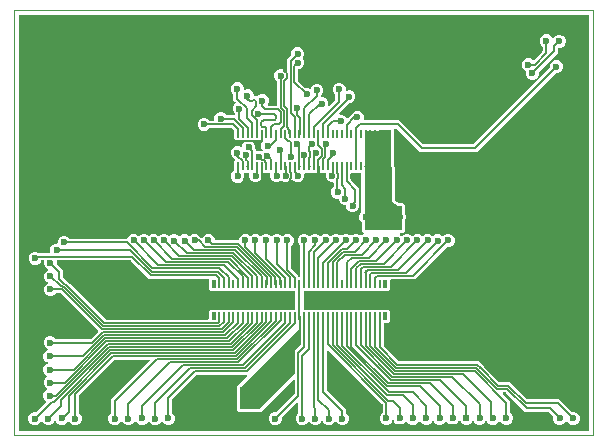
<source format=gbl>
G04 EAGLE Gerber X2 export*
%TF.Part,Single*%
%TF.FileFunction,Other,Bottom Layer Cooper*%
%TF.FilePolarity,Positive*%
%TF.GenerationSoftware,Autodesk,EAGLE,9.0.0*%
%TF.CreationDate,2018-09-12T04:39:06Z*%
G75*
%MOMM*%
%FSLAX34Y34*%
%LPD*%
%AMOC8*
5,1,8,0,0,1.08239X$1,22.5*%
G01*
%ADD10C,0.000000*%
%ADD11R,0.230000X0.660000*%
%ADD12R,0.350000X0.660000*%
%ADD13C,0.600000*%
%ADD14C,0.127000*%
%ADD15C,0.203200*%
%ADD16C,0.254000*%
%ADD17C,0.554000*%
%ADD18C,0.604000*%

G36*
X485620Y3822D02*
X485620Y3822D01*
X485686Y3824D01*
X485729Y3842D01*
X485776Y3850D01*
X485833Y3884D01*
X485893Y3909D01*
X485928Y3940D01*
X485969Y3965D01*
X486011Y4016D01*
X486059Y4060D01*
X486081Y4102D01*
X486110Y4139D01*
X486131Y4201D01*
X486162Y4260D01*
X486170Y4314D01*
X486182Y4351D01*
X486181Y4391D01*
X486189Y4445D01*
X486189Y355555D01*
X486178Y355620D01*
X486176Y355686D01*
X486158Y355729D01*
X486150Y355776D01*
X486116Y355833D01*
X486091Y355893D01*
X486060Y355928D01*
X486035Y355969D01*
X485984Y356011D01*
X485940Y356059D01*
X485898Y356081D01*
X485861Y356110D01*
X485799Y356131D01*
X485740Y356162D01*
X485686Y356170D01*
X485649Y356182D01*
X485609Y356181D01*
X485555Y356189D01*
X4445Y356189D01*
X4380Y356178D01*
X4314Y356176D01*
X4271Y356158D01*
X4224Y356150D01*
X4167Y356116D01*
X4107Y356091D01*
X4072Y356060D01*
X4031Y356035D01*
X3989Y355984D01*
X3941Y355940D01*
X3919Y355898D01*
X3890Y355861D01*
X3869Y355799D01*
X3838Y355740D01*
X3830Y355686D01*
X3818Y355649D01*
X3819Y355609D01*
X3811Y355555D01*
X3811Y4445D01*
X3822Y4380D01*
X3824Y4314D01*
X3842Y4271D01*
X3850Y4224D01*
X3884Y4167D01*
X3909Y4107D01*
X3940Y4072D01*
X3965Y4031D01*
X4016Y3989D01*
X4060Y3941D01*
X4102Y3919D01*
X4139Y3890D01*
X4201Y3869D01*
X4260Y3838D01*
X4314Y3830D01*
X4351Y3818D01*
X4391Y3819D01*
X4445Y3811D01*
X485555Y3811D01*
X485620Y3822D01*
G37*
%LPC*%
G36*
X16206Y8599D02*
X16206Y8599D01*
X14184Y9437D01*
X12637Y10984D01*
X11799Y13006D01*
X11799Y15194D01*
X12637Y17216D01*
X14184Y18763D01*
X16206Y19601D01*
X18103Y19601D01*
X18145Y19608D01*
X18188Y19606D01*
X18255Y19628D01*
X18324Y19640D01*
X18361Y19662D01*
X18401Y19675D01*
X18474Y19729D01*
X18517Y19755D01*
X18531Y19771D01*
X18552Y19787D01*
X26845Y28079D01*
X26882Y28133D01*
X26927Y28181D01*
X26946Y28225D01*
X26973Y28263D01*
X26989Y28327D01*
X27015Y28388D01*
X27017Y28435D01*
X27029Y28481D01*
X27022Y28546D01*
X27025Y28612D01*
X27010Y28657D01*
X27005Y28704D01*
X26976Y28763D01*
X26956Y28826D01*
X26923Y28870D01*
X26906Y28905D01*
X26877Y28932D01*
X26845Y28976D01*
X25237Y30584D01*
X24399Y32606D01*
X24399Y34794D01*
X25237Y36816D01*
X26784Y38363D01*
X27489Y38655D01*
X27564Y38704D01*
X27643Y38746D01*
X27658Y38764D01*
X27678Y38777D01*
X27732Y38848D01*
X27790Y38915D01*
X27799Y38937D01*
X27813Y38956D01*
X27839Y39041D01*
X27870Y39125D01*
X27870Y39148D01*
X27877Y39171D01*
X27871Y39260D01*
X27872Y39349D01*
X27864Y39371D01*
X27862Y39395D01*
X27826Y39476D01*
X27795Y39560D01*
X27780Y39578D01*
X27770Y39600D01*
X27708Y39663D01*
X27650Y39731D01*
X27627Y39744D01*
X27613Y39759D01*
X27567Y39781D01*
X27489Y39827D01*
X26984Y40037D01*
X25437Y41584D01*
X24599Y43606D01*
X24599Y45794D01*
X25437Y47816D01*
X26984Y49363D01*
X27298Y49493D01*
X27373Y49541D01*
X27451Y49584D01*
X27467Y49602D01*
X27487Y49614D01*
X27540Y49686D01*
X27599Y49753D01*
X27607Y49775D01*
X27622Y49794D01*
X27647Y49879D01*
X27679Y49962D01*
X27679Y49986D01*
X27686Y50009D01*
X27680Y50098D01*
X27680Y50187D01*
X27672Y50209D01*
X27671Y50233D01*
X27634Y50314D01*
X27604Y50398D01*
X27588Y50416D01*
X27579Y50437D01*
X27516Y50501D01*
X27459Y50569D01*
X27436Y50582D01*
X27421Y50597D01*
X27376Y50619D01*
X27298Y50665D01*
X26884Y50837D01*
X25337Y52384D01*
X24499Y54406D01*
X24499Y56594D01*
X25337Y58616D01*
X26884Y60163D01*
X28093Y60664D01*
X28168Y60712D01*
X28246Y60755D01*
X28262Y60772D01*
X28282Y60785D01*
X28335Y60856D01*
X28394Y60923D01*
X28402Y60946D01*
X28417Y60965D01*
X28442Y61050D01*
X28474Y61133D01*
X28474Y61157D01*
X28481Y61180D01*
X28475Y61269D01*
X28475Y61357D01*
X28467Y61380D01*
X28466Y61403D01*
X28429Y61485D01*
X28399Y61568D01*
X28383Y61587D01*
X28374Y61608D01*
X28311Y61672D01*
X28254Y61739D01*
X28231Y61753D01*
X28216Y61768D01*
X28171Y61789D01*
X28093Y61836D01*
X26884Y62337D01*
X25337Y63884D01*
X24499Y65906D01*
X24499Y68094D01*
X25337Y70116D01*
X26884Y71663D01*
X28072Y72155D01*
X28147Y72204D01*
X28225Y72246D01*
X28241Y72264D01*
X28261Y72277D01*
X28315Y72348D01*
X28373Y72415D01*
X28382Y72437D01*
X28396Y72456D01*
X28421Y72541D01*
X28453Y72625D01*
X28453Y72648D01*
X28460Y72671D01*
X28454Y72760D01*
X28455Y72849D01*
X28447Y72871D01*
X28445Y72895D01*
X28408Y72976D01*
X28378Y73060D01*
X28363Y73078D01*
X28353Y73100D01*
X28291Y73163D01*
X28233Y73231D01*
X28210Y73245D01*
X28196Y73259D01*
X28150Y73281D01*
X28072Y73327D01*
X27084Y73737D01*
X25537Y75284D01*
X24699Y77306D01*
X24699Y79494D01*
X25537Y81516D01*
X27084Y83063D01*
X29106Y83901D01*
X31294Y83901D01*
X33316Y83063D01*
X34671Y81708D01*
X34706Y81684D01*
X34734Y81653D01*
X34797Y81620D01*
X34856Y81580D01*
X34896Y81569D01*
X34933Y81550D01*
X35024Y81536D01*
X35073Y81524D01*
X35093Y81526D01*
X35118Y81522D01*
X64241Y81440D01*
X64284Y81448D01*
X64327Y81446D01*
X64393Y81467D01*
X64462Y81479D01*
X64499Y81501D01*
X64541Y81514D01*
X64612Y81567D01*
X64655Y81593D01*
X64669Y81610D01*
X64691Y81626D01*
X70675Y87609D01*
X70712Y87663D01*
X70758Y87711D01*
X70776Y87755D01*
X70803Y87794D01*
X70819Y87857D01*
X70845Y87918D01*
X70847Y87965D01*
X70859Y88011D01*
X70852Y88076D01*
X70855Y88142D01*
X70840Y88187D01*
X70836Y88234D01*
X70806Y88293D01*
X70786Y88356D01*
X70754Y88400D01*
X70736Y88435D01*
X70707Y88462D01*
X70675Y88506D01*
X70574Y88607D01*
X38987Y120195D01*
X38955Y120217D01*
X38928Y120246D01*
X38863Y120281D01*
X38802Y120323D01*
X38765Y120332D01*
X38730Y120351D01*
X38634Y120366D01*
X38585Y120379D01*
X38567Y120377D01*
X38545Y120380D01*
X35263Y120414D01*
X35217Y120406D01*
X35172Y120408D01*
X35108Y120388D01*
X35041Y120377D01*
X35002Y120354D01*
X34958Y120340D01*
X34890Y120290D01*
X34847Y120265D01*
X34832Y120246D01*
X34808Y120228D01*
X33516Y118937D01*
X31494Y118099D01*
X29306Y118099D01*
X27284Y118937D01*
X25737Y120484D01*
X24899Y122506D01*
X24899Y124694D01*
X25737Y126716D01*
X27284Y128263D01*
X28010Y128564D01*
X28085Y128612D01*
X28163Y128654D01*
X28179Y128672D01*
X28199Y128685D01*
X28252Y128756D01*
X28311Y128823D01*
X28320Y128846D01*
X28334Y128864D01*
X28359Y128950D01*
X28391Y129033D01*
X28391Y129057D01*
X28398Y129080D01*
X28392Y129168D01*
X28393Y129257D01*
X28384Y129280D01*
X28383Y129303D01*
X28346Y129384D01*
X28316Y129468D01*
X28301Y129487D01*
X28291Y129508D01*
X28229Y129571D01*
X28171Y129639D01*
X28148Y129653D01*
X28133Y129668D01*
X28088Y129689D01*
X28010Y129736D01*
X27284Y130037D01*
X25737Y131584D01*
X24899Y133606D01*
X24899Y135794D01*
X25737Y137816D01*
X27284Y139363D01*
X28322Y139793D01*
X28397Y139841D01*
X28476Y139884D01*
X28491Y139902D01*
X28511Y139914D01*
X28565Y139986D01*
X28623Y140053D01*
X28632Y140075D01*
X28646Y140094D01*
X28671Y140179D01*
X28703Y140262D01*
X28703Y140286D01*
X28710Y140309D01*
X28704Y140398D01*
X28705Y140487D01*
X28697Y140509D01*
X28695Y140533D01*
X28659Y140614D01*
X28628Y140698D01*
X28613Y140716D01*
X28603Y140737D01*
X28541Y140801D01*
X28483Y140869D01*
X28460Y140882D01*
X28446Y140897D01*
X28400Y140919D01*
X28322Y140965D01*
X27184Y141437D01*
X25637Y142984D01*
X24799Y145006D01*
X24799Y147194D01*
X24838Y147287D01*
X24854Y147363D01*
X24879Y147436D01*
X24878Y147472D01*
X24886Y147506D01*
X24875Y147583D01*
X24873Y147661D01*
X24859Y147693D01*
X24854Y147729D01*
X24817Y147797D01*
X24788Y147868D01*
X24764Y147895D01*
X24747Y147926D01*
X24689Y147977D01*
X24637Y148034D01*
X24605Y148050D01*
X24579Y148074D01*
X24506Y148101D01*
X24437Y148137D01*
X24397Y148143D01*
X24369Y148153D01*
X24322Y148154D01*
X24252Y148164D01*
X22976Y148164D01*
X22923Y148155D01*
X22868Y148155D01*
X22813Y148135D01*
X22755Y148125D01*
X22708Y148097D01*
X22658Y148079D01*
X22613Y148040D01*
X22562Y148010D01*
X22528Y147968D01*
X22486Y147933D01*
X22450Y147872D01*
X22421Y147836D01*
X22411Y147807D01*
X22390Y147773D01*
X22063Y146984D01*
X20516Y145437D01*
X18494Y144599D01*
X16306Y144599D01*
X14284Y145437D01*
X12737Y146984D01*
X11899Y149006D01*
X11899Y151194D01*
X12737Y153216D01*
X14284Y154763D01*
X16306Y155601D01*
X18494Y155601D01*
X20516Y154763D01*
X20658Y154622D01*
X20692Y154597D01*
X20721Y154566D01*
X20784Y154534D01*
X20842Y154493D01*
X20883Y154483D01*
X20921Y154463D01*
X21010Y154450D01*
X21059Y154437D01*
X21080Y154440D01*
X21106Y154436D01*
X29876Y154436D01*
X29952Y154449D01*
X30030Y154455D01*
X30062Y154469D01*
X30097Y154475D01*
X30164Y154515D01*
X30234Y154547D01*
X30260Y154571D01*
X30290Y154590D01*
X30339Y154650D01*
X30394Y154704D01*
X30409Y154736D01*
X30432Y154764D01*
X30456Y154837D01*
X30489Y154907D01*
X30492Y154943D01*
X30503Y154976D01*
X30501Y155054D01*
X30507Y155131D01*
X30498Y155170D01*
X30497Y155201D01*
X30479Y155244D01*
X30462Y155313D01*
X30299Y155706D01*
X30299Y157894D01*
X31137Y159916D01*
X32684Y161463D01*
X34706Y162301D01*
X35865Y162301D01*
X35930Y162312D01*
X35996Y162314D01*
X36039Y162332D01*
X36086Y162340D01*
X36143Y162374D01*
X36203Y162399D01*
X36238Y162430D01*
X36279Y162455D01*
X36321Y162506D01*
X36369Y162550D01*
X36391Y162592D01*
X36420Y162629D01*
X36441Y162691D01*
X36472Y162750D01*
X36480Y162804D01*
X36492Y162841D01*
X36491Y162881D01*
X36499Y162935D01*
X36499Y164394D01*
X37337Y166416D01*
X38884Y167963D01*
X40906Y168801D01*
X43094Y168801D01*
X45116Y167963D01*
X46458Y166622D01*
X46493Y166597D01*
X46521Y166566D01*
X46584Y166534D01*
X46642Y166493D01*
X46683Y166483D01*
X46721Y166463D01*
X46810Y166450D01*
X46859Y166437D01*
X46880Y166440D01*
X46906Y166436D01*
X95017Y166436D01*
X95070Y166445D01*
X95124Y166445D01*
X95180Y166465D01*
X95238Y166475D01*
X95284Y166503D01*
X95335Y166521D01*
X95380Y166560D01*
X95431Y166590D01*
X95465Y166632D01*
X95506Y166667D01*
X95543Y166728D01*
X95572Y166764D01*
X95582Y166793D01*
X95603Y166827D01*
X96137Y168116D01*
X97684Y169663D01*
X99706Y170501D01*
X101894Y170501D01*
X103916Y169663D01*
X104701Y168878D01*
X104731Y168857D01*
X104741Y168846D01*
X104759Y168837D01*
X104803Y168795D01*
X104847Y168777D01*
X104886Y168750D01*
X104949Y168733D01*
X105010Y168708D01*
X105057Y168705D01*
X105103Y168694D01*
X105168Y168700D01*
X105234Y168698D01*
X105279Y168712D01*
X105326Y168717D01*
X105385Y168746D01*
X105448Y168766D01*
X105492Y168799D01*
X105527Y168816D01*
X105554Y168845D01*
X105586Y168868D01*
X105588Y168870D01*
X105598Y168878D01*
X106484Y169763D01*
X108506Y170601D01*
X110694Y170601D01*
X112716Y169763D01*
X113301Y169178D01*
X113356Y169140D01*
X113403Y169095D01*
X113447Y169077D01*
X113486Y169050D01*
X113549Y169033D01*
X113610Y169008D01*
X113657Y169005D01*
X113703Y168994D01*
X113768Y169000D01*
X113834Y168998D01*
X113879Y169012D01*
X113926Y169017D01*
X113985Y169046D01*
X114048Y169066D01*
X114092Y169099D01*
X114127Y169116D01*
X114154Y169145D01*
X114198Y169178D01*
X114784Y169763D01*
X116806Y170601D01*
X118994Y170601D01*
X121016Y169763D01*
X121802Y168978D01*
X121856Y168940D01*
X121903Y168895D01*
X121947Y168877D01*
X121986Y168850D01*
X122049Y168833D01*
X122110Y168808D01*
X122157Y168805D01*
X122203Y168794D01*
X122268Y168800D01*
X122334Y168798D01*
X122379Y168812D01*
X122426Y168817D01*
X122485Y168846D01*
X122548Y168866D01*
X122592Y168899D01*
X122627Y168916D01*
X122654Y168945D01*
X122699Y168978D01*
X123384Y169663D01*
X125406Y170501D01*
X127594Y170501D01*
X129616Y169663D01*
X130452Y168828D01*
X130506Y168790D01*
X130553Y168745D01*
X130597Y168727D01*
X130636Y168700D01*
X130699Y168683D01*
X130760Y168658D01*
X130807Y168655D01*
X130853Y168644D01*
X130918Y168650D01*
X130984Y168648D01*
X131029Y168662D01*
X131076Y168667D01*
X131135Y168696D01*
X131198Y168716D01*
X131242Y168749D01*
X131277Y168766D01*
X131304Y168795D01*
X131349Y168828D01*
X132084Y169563D01*
X134106Y170401D01*
X136294Y170401D01*
X138316Y169563D01*
X139201Y168678D01*
X139256Y168640D01*
X139303Y168595D01*
X139347Y168577D01*
X139386Y168550D01*
X139449Y168533D01*
X139510Y168508D01*
X139557Y168505D01*
X139603Y168494D01*
X139668Y168500D01*
X139734Y168498D01*
X139779Y168512D01*
X139826Y168517D01*
X139885Y168546D01*
X139948Y168566D01*
X139992Y168599D01*
X140027Y168616D01*
X140054Y168645D01*
X140098Y168678D01*
X140984Y169563D01*
X143006Y170401D01*
X145194Y170401D01*
X147216Y169563D01*
X147851Y168928D01*
X147906Y168890D01*
X147953Y168845D01*
X147997Y168827D01*
X148036Y168800D01*
X148099Y168783D01*
X148160Y168758D01*
X148207Y168755D01*
X148253Y168744D01*
X148318Y168750D01*
X148384Y168748D01*
X148429Y168762D01*
X148476Y168767D01*
X148535Y168796D01*
X148598Y168816D01*
X148642Y168849D01*
X148677Y168866D01*
X148704Y168895D01*
X148748Y168928D01*
X149484Y169663D01*
X151506Y170501D01*
X153694Y170501D01*
X155716Y169663D01*
X157058Y168322D01*
X157093Y168297D01*
X157121Y168266D01*
X157184Y168234D01*
X157242Y168193D01*
X157283Y168183D01*
X157321Y168163D01*
X157380Y168155D01*
X158174Y167360D01*
X158238Y167316D01*
X158296Y167265D01*
X158330Y167252D01*
X158359Y167232D01*
X158434Y167213D01*
X158506Y167185D01*
X158542Y167185D01*
X158576Y167176D01*
X158653Y167184D01*
X158730Y167184D01*
X158764Y167196D01*
X158799Y167199D01*
X158868Y167234D01*
X158941Y167260D01*
X158968Y167283D01*
X159000Y167299D01*
X159053Y167355D01*
X159112Y167405D01*
X159133Y167440D01*
X159154Y167462D01*
X159172Y167505D01*
X159209Y167566D01*
X159437Y168116D01*
X160984Y169663D01*
X163006Y170501D01*
X165194Y170501D01*
X167216Y169663D01*
X168763Y168116D01*
X169601Y166094D01*
X169601Y165832D01*
X169612Y165767D01*
X169614Y165702D01*
X169632Y165658D01*
X169640Y165611D01*
X169674Y165555D01*
X169699Y165494D01*
X169730Y165459D01*
X169755Y165418D01*
X169806Y165377D01*
X169850Y165328D01*
X169892Y165306D01*
X169929Y165277D01*
X169991Y165256D01*
X170050Y165226D01*
X170104Y165217D01*
X170141Y165205D01*
X170181Y165206D01*
X170235Y165198D01*
X182476Y165198D01*
X182518Y165205D01*
X182560Y165203D01*
X182627Y165225D01*
X182649Y165229D01*
X189192Y165229D01*
X189193Y165229D01*
X189266Y165229D01*
X189330Y165241D01*
X189396Y165243D01*
X189440Y165261D01*
X189487Y165269D01*
X189543Y165303D01*
X189603Y165327D01*
X189639Y165359D01*
X189680Y165384D01*
X189721Y165434D01*
X189769Y165478D01*
X189791Y165521D01*
X189821Y165558D01*
X189842Y165620D01*
X189872Y165678D01*
X189880Y165733D01*
X189892Y165771D01*
X189891Y165810D01*
X189899Y165863D01*
X189899Y166294D01*
X190737Y168316D01*
X192284Y169863D01*
X194306Y170701D01*
X196494Y170701D01*
X198516Y169863D01*
X199251Y169128D01*
X199306Y169090D01*
X199353Y169045D01*
X199397Y169027D01*
X199436Y169000D01*
X199499Y168983D01*
X199560Y168958D01*
X199607Y168955D01*
X199653Y168944D01*
X199718Y168950D01*
X199784Y168948D01*
X199829Y168962D01*
X199876Y168967D01*
X199935Y168996D01*
X199998Y169016D01*
X200042Y169049D01*
X200077Y169066D01*
X200104Y169095D01*
X200148Y169128D01*
X200884Y169863D01*
X202906Y170701D01*
X205094Y170701D01*
X207116Y169863D01*
X208052Y168928D01*
X208106Y168890D01*
X208153Y168845D01*
X208197Y168827D01*
X208236Y168800D01*
X208299Y168783D01*
X208360Y168758D01*
X208407Y168755D01*
X208453Y168744D01*
X208518Y168750D01*
X208584Y168748D01*
X208629Y168762D01*
X208676Y168767D01*
X208735Y168796D01*
X208798Y168816D01*
X208842Y168849D01*
X208877Y168866D01*
X208904Y168895D01*
X208949Y168928D01*
X209884Y169863D01*
X211906Y170701D01*
X214094Y170701D01*
X216116Y169863D01*
X217201Y168778D01*
X217256Y168740D01*
X217303Y168695D01*
X217347Y168677D01*
X217386Y168650D01*
X217449Y168633D01*
X217510Y168608D01*
X217557Y168605D01*
X217603Y168594D01*
X217668Y168600D01*
X217734Y168598D01*
X217779Y168612D01*
X217826Y168617D01*
X217885Y168646D01*
X217948Y168666D01*
X217992Y168699D01*
X218027Y168716D01*
X218054Y168745D01*
X218098Y168778D01*
X219184Y169863D01*
X221206Y170701D01*
X223394Y170701D01*
X225416Y169863D01*
X226301Y168978D01*
X226356Y168940D01*
X226403Y168895D01*
X226447Y168877D01*
X226486Y168850D01*
X226549Y168833D01*
X226610Y168808D01*
X226657Y168805D01*
X226703Y168794D01*
X226768Y168800D01*
X226834Y168798D01*
X226879Y168812D01*
X226926Y168817D01*
X226985Y168846D01*
X227048Y168866D01*
X227092Y168899D01*
X227127Y168916D01*
X227154Y168945D01*
X227198Y168978D01*
X227984Y169763D01*
X230006Y170601D01*
X232194Y170601D01*
X234216Y169763D01*
X235763Y168216D01*
X236601Y166194D01*
X236601Y164006D01*
X235763Y161984D01*
X234322Y160543D01*
X234301Y160513D01*
X234274Y160489D01*
X234238Y160421D01*
X234194Y160358D01*
X234185Y160323D01*
X234167Y160292D01*
X234150Y160189D01*
X234138Y160141D01*
X234139Y160126D01*
X234136Y160107D01*
X233767Y141743D01*
X233775Y141695D01*
X233773Y141646D01*
X233792Y141585D01*
X233803Y141521D01*
X233827Y141479D01*
X233841Y141432D01*
X233889Y141368D01*
X233913Y141326D01*
X233933Y141309D01*
X233953Y141282D01*
X240436Y134799D01*
X240436Y134285D01*
X240447Y134220D01*
X240449Y134154D01*
X240467Y134111D01*
X240475Y134064D01*
X240509Y134007D01*
X240534Y133947D01*
X240565Y133912D01*
X240590Y133871D01*
X240641Y133829D01*
X240685Y133781D01*
X240727Y133759D01*
X240764Y133730D01*
X240826Y133709D01*
X240885Y133678D01*
X240939Y133670D01*
X240976Y133658D01*
X241016Y133659D01*
X241070Y133651D01*
X241430Y133651D01*
X241495Y133662D01*
X241561Y133664D01*
X241604Y133682D01*
X241651Y133690D01*
X241708Y133724D01*
X241768Y133749D01*
X241803Y133780D01*
X241844Y133805D01*
X241886Y133856D01*
X241934Y133900D01*
X241956Y133942D01*
X241985Y133979D01*
X242006Y134041D01*
X242037Y134100D01*
X242045Y134154D01*
X242057Y134191D01*
X242056Y134231D01*
X242064Y134285D01*
X242064Y160194D01*
X242057Y160236D01*
X242059Y160278D01*
X242037Y160345D01*
X242025Y160415D01*
X242003Y160451D01*
X241990Y160492D01*
X241936Y160564D01*
X241910Y160608D01*
X241894Y160621D01*
X241878Y160642D01*
X240537Y161984D01*
X239699Y164006D01*
X239699Y166194D01*
X240537Y168216D01*
X242084Y169763D01*
X244106Y170601D01*
X246294Y170601D01*
X248316Y169763D01*
X249452Y168628D01*
X249506Y168590D01*
X249553Y168545D01*
X249597Y168527D01*
X249636Y168500D01*
X249699Y168483D01*
X249760Y168458D01*
X249807Y168455D01*
X249853Y168444D01*
X249918Y168450D01*
X249984Y168448D01*
X250029Y168462D01*
X250076Y168467D01*
X250135Y168496D01*
X250198Y168516D01*
X250242Y168549D01*
X250277Y168566D01*
X250304Y168595D01*
X250349Y168628D01*
X251384Y169663D01*
X253406Y170501D01*
X255594Y170501D01*
X257616Y169663D01*
X258501Y168778D01*
X258556Y168740D01*
X258603Y168695D01*
X258647Y168677D01*
X258686Y168650D01*
X258749Y168633D01*
X258810Y168608D01*
X258857Y168605D01*
X258903Y168594D01*
X258968Y168600D01*
X259034Y168598D01*
X259079Y168612D01*
X259126Y168617D01*
X259185Y168646D01*
X259248Y168666D01*
X259292Y168699D01*
X259327Y168716D01*
X259354Y168745D01*
X259398Y168778D01*
X260384Y169763D01*
X262406Y170601D01*
X264594Y170601D01*
X266616Y169763D01*
X267301Y169078D01*
X267356Y169040D01*
X267403Y168995D01*
X267447Y168977D01*
X267486Y168950D01*
X267549Y168933D01*
X267610Y168908D01*
X267657Y168905D01*
X267703Y168894D01*
X267768Y168900D01*
X267834Y168898D01*
X267879Y168912D01*
X267926Y168917D01*
X267985Y168946D01*
X268048Y168966D01*
X268092Y168999D01*
X268127Y169016D01*
X268154Y169045D01*
X268198Y169078D01*
X269084Y169963D01*
X271106Y170801D01*
X273294Y170801D01*
X275316Y169963D01*
X276001Y169278D01*
X276056Y169240D01*
X276103Y169195D01*
X276147Y169177D01*
X276186Y169150D01*
X276249Y169133D01*
X276310Y169108D01*
X276357Y169105D01*
X276403Y169094D01*
X276468Y169100D01*
X276534Y169098D01*
X276579Y169112D01*
X276626Y169117D01*
X276685Y169146D01*
X276748Y169166D01*
X276792Y169199D01*
X276827Y169216D01*
X276854Y169245D01*
X276898Y169278D01*
X277684Y170063D01*
X279706Y170901D01*
X281894Y170901D01*
X283916Y170063D01*
X284501Y169478D01*
X284556Y169440D01*
X284603Y169395D01*
X284647Y169377D01*
X284686Y169350D01*
X284749Y169333D01*
X284810Y169308D01*
X284857Y169305D01*
X284903Y169294D01*
X284968Y169300D01*
X285034Y169298D01*
X285079Y169312D01*
X285126Y169317D01*
X285185Y169346D01*
X285248Y169366D01*
X285292Y169399D01*
X285327Y169416D01*
X285354Y169445D01*
X285398Y169478D01*
X285984Y170063D01*
X288006Y170901D01*
X290194Y170901D01*
X292216Y170063D01*
X293002Y169278D01*
X293056Y169240D01*
X293103Y169195D01*
X293147Y169177D01*
X293186Y169150D01*
X293249Y169133D01*
X293310Y169108D01*
X293357Y169105D01*
X293403Y169094D01*
X293468Y169100D01*
X293534Y169098D01*
X293579Y169112D01*
X293626Y169117D01*
X293685Y169146D01*
X293748Y169166D01*
X293792Y169199D01*
X293827Y169216D01*
X293854Y169245D01*
X293899Y169278D01*
X294484Y169863D01*
X295600Y170325D01*
X295665Y170367D01*
X295734Y170402D01*
X295759Y170427D01*
X295789Y170447D01*
X295835Y170508D01*
X295888Y170565D01*
X295902Y170598D01*
X295923Y170626D01*
X295946Y170700D01*
X295976Y170771D01*
X295977Y170807D01*
X295987Y170841D01*
X295982Y170918D01*
X295986Y170996D01*
X295975Y171029D01*
X295972Y171065D01*
X295941Y171135D01*
X295917Y171209D01*
X295893Y171242D01*
X295881Y171270D01*
X295848Y171303D01*
X295806Y171360D01*
X294164Y173001D01*
X294164Y179794D01*
X294157Y179836D01*
X294159Y179878D01*
X294137Y179945D01*
X294125Y180015D01*
X294103Y180051D01*
X294090Y180092D01*
X294036Y180164D01*
X294010Y180208D01*
X293994Y180221D01*
X293978Y180242D01*
X292637Y181584D01*
X291799Y183606D01*
X291799Y185794D01*
X292637Y187816D01*
X293597Y188777D01*
X293622Y188812D01*
X293653Y188840D01*
X293685Y188903D01*
X293726Y188961D01*
X293736Y189002D01*
X293756Y189040D01*
X293769Y189129D01*
X293782Y189178D01*
X293779Y189199D01*
X293783Y189225D01*
X293783Y221315D01*
X293772Y221380D01*
X293770Y221446D01*
X293752Y221489D01*
X293744Y221536D01*
X293710Y221593D01*
X293685Y221653D01*
X293654Y221688D01*
X293629Y221729D01*
X293578Y221771D01*
X293534Y221819D01*
X293492Y221841D01*
X293455Y221870D01*
X293393Y221891D01*
X293334Y221922D01*
X293280Y221930D01*
X293243Y221942D01*
X293203Y221941D01*
X293149Y221949D01*
X285070Y221949D01*
X285005Y221938D01*
X284939Y221936D01*
X284896Y221918D01*
X284849Y221910D01*
X284792Y221876D01*
X284732Y221851D01*
X284697Y221820D01*
X284656Y221795D01*
X284614Y221744D01*
X284566Y221700D01*
X284544Y221658D01*
X284515Y221621D01*
X284494Y221559D01*
X284463Y221500D01*
X284455Y221446D01*
X284443Y221409D01*
X284444Y221369D01*
X284436Y221315D01*
X284436Y216962D01*
X284443Y216920D01*
X284441Y216877D01*
X284463Y216810D01*
X284475Y216741D01*
X284497Y216704D01*
X284510Y216664D01*
X284564Y216591D01*
X284590Y216548D01*
X284606Y216534D01*
X284622Y216513D01*
X291836Y209299D01*
X291836Y196197D01*
X291814Y196166D01*
X291776Y196128D01*
X291751Y196075D01*
X291717Y196026D01*
X291703Y195974D01*
X291680Y195925D01*
X291676Y195866D01*
X291661Y195809D01*
X291667Y195755D01*
X291662Y195701D01*
X291679Y195632D01*
X291684Y195586D01*
X291698Y195558D01*
X291708Y195519D01*
X291801Y195294D01*
X291801Y193106D01*
X290963Y191084D01*
X289416Y189537D01*
X287394Y188699D01*
X285206Y188699D01*
X283184Y189537D01*
X281637Y191084D01*
X280799Y193106D01*
X280799Y194365D01*
X280788Y194430D01*
X280786Y194496D01*
X280768Y194539D01*
X280760Y194586D01*
X280726Y194643D01*
X280701Y194703D01*
X280670Y194738D01*
X280645Y194779D01*
X280594Y194821D01*
X280550Y194869D01*
X280508Y194891D01*
X280471Y194920D01*
X280409Y194941D01*
X280350Y194972D01*
X280296Y194980D01*
X280259Y194992D01*
X280219Y194991D01*
X280165Y194999D01*
X279106Y194999D01*
X277084Y195837D01*
X275537Y197384D01*
X274699Y199406D01*
X274699Y199765D01*
X274688Y199830D01*
X274686Y199896D01*
X274668Y199939D01*
X274660Y199986D01*
X274626Y200043D01*
X274601Y200103D01*
X274570Y200138D01*
X274545Y200179D01*
X274494Y200221D01*
X274450Y200269D01*
X274408Y200291D01*
X274371Y200320D01*
X274309Y200341D01*
X274250Y200372D01*
X274196Y200380D01*
X274159Y200392D01*
X274119Y200391D01*
X274065Y200399D01*
X272506Y200399D01*
X270484Y201237D01*
X268937Y202784D01*
X268099Y204806D01*
X268099Y206994D01*
X268937Y209016D01*
X269978Y210058D01*
X270003Y210093D01*
X270034Y210121D01*
X270066Y210184D01*
X270107Y210242D01*
X270117Y210283D01*
X270137Y210321D01*
X270150Y210410D01*
X270163Y210459D01*
X270160Y210480D01*
X270164Y210506D01*
X270164Y213665D01*
X270153Y213730D01*
X270151Y213796D01*
X270133Y213839D01*
X270125Y213886D01*
X270091Y213943D01*
X270066Y214003D01*
X270035Y214038D01*
X270010Y214079D01*
X269959Y214121D01*
X269915Y214169D01*
X269873Y214191D01*
X269836Y214220D01*
X269774Y214241D01*
X269715Y214272D01*
X269661Y214280D01*
X269624Y214292D01*
X269584Y214291D01*
X269530Y214299D01*
X268006Y214299D01*
X265984Y215137D01*
X264437Y216684D01*
X263599Y218706D01*
X263599Y220894D01*
X263673Y221072D01*
X263690Y221148D01*
X263714Y221221D01*
X263713Y221257D01*
X263721Y221291D01*
X263710Y221368D01*
X263708Y221446D01*
X263694Y221478D01*
X263689Y221514D01*
X263652Y221582D01*
X263623Y221653D01*
X263600Y221680D01*
X263583Y221711D01*
X263524Y221762D01*
X263472Y221819D01*
X263441Y221835D01*
X263414Y221859D01*
X263341Y221886D01*
X263272Y221922D01*
X263233Y221928D01*
X263204Y221938D01*
X263158Y221939D01*
X263087Y221949D01*
X259114Y221949D01*
X257748Y223315D01*
X257694Y223353D01*
X257647Y223398D01*
X257603Y223416D01*
X257564Y223443D01*
X257501Y223459D01*
X257440Y223485D01*
X257393Y223487D01*
X257347Y223499D01*
X257282Y223492D01*
X257216Y223495D01*
X257171Y223481D01*
X257124Y223476D01*
X257065Y223447D01*
X257002Y223426D01*
X256958Y223394D01*
X256923Y223376D01*
X256896Y223348D01*
X256851Y223315D01*
X255486Y221949D01*
X246054Y221949D01*
X245978Y221936D01*
X245901Y221930D01*
X245868Y221916D01*
X245833Y221910D01*
X245767Y221870D01*
X245696Y221838D01*
X245671Y221814D01*
X245640Y221795D01*
X245592Y221735D01*
X245536Y221681D01*
X245521Y221649D01*
X245499Y221621D01*
X245474Y221548D01*
X245441Y221478D01*
X245438Y221442D01*
X245427Y221409D01*
X245429Y221331D01*
X245423Y221254D01*
X245433Y221215D01*
X245434Y221184D01*
X245451Y221141D01*
X245468Y221072D01*
X245501Y220994D01*
X245501Y218806D01*
X244663Y216784D01*
X243116Y215237D01*
X241094Y214399D01*
X238906Y214399D01*
X236884Y215237D01*
X235249Y216872D01*
X235194Y216910D01*
X235147Y216955D01*
X235103Y216973D01*
X235064Y217000D01*
X235001Y217017D01*
X234940Y217042D01*
X234893Y217045D01*
X234847Y217056D01*
X234782Y217050D01*
X234716Y217052D01*
X234671Y217038D01*
X234624Y217033D01*
X234565Y217004D01*
X234502Y216984D01*
X234458Y216951D01*
X234423Y216934D01*
X234396Y216905D01*
X234352Y216872D01*
X232747Y215267D01*
X230725Y214430D01*
X228536Y214430D01*
X226515Y215267D01*
X226229Y215553D01*
X226175Y215590D01*
X226127Y215636D01*
X226084Y215654D01*
X226045Y215681D01*
X225981Y215697D01*
X225921Y215723D01*
X225873Y215725D01*
X225828Y215737D01*
X225762Y215730D01*
X225696Y215733D01*
X225651Y215719D01*
X225604Y215714D01*
X225546Y215685D01*
X225483Y215664D01*
X225439Y215632D01*
X225403Y215614D01*
X225376Y215586D01*
X225332Y215553D01*
X225116Y215337D01*
X223094Y214499D01*
X220906Y214499D01*
X218884Y215337D01*
X217337Y216884D01*
X216499Y218906D01*
X216499Y221114D01*
X216507Y221148D01*
X216532Y221221D01*
X216531Y221257D01*
X216538Y221291D01*
X216527Y221368D01*
X216525Y221446D01*
X216512Y221478D01*
X216507Y221513D01*
X216470Y221582D01*
X216441Y221653D01*
X216417Y221680D01*
X216400Y221711D01*
X216342Y221762D01*
X216289Y221819D01*
X216258Y221835D01*
X216231Y221859D01*
X216159Y221886D01*
X216090Y221922D01*
X216050Y221928D01*
X216021Y221938D01*
X215975Y221939D01*
X215904Y221949D01*
X211114Y221949D01*
X210381Y222683D01*
X210298Y222740D01*
X210218Y222801D01*
X210206Y222804D01*
X210196Y222811D01*
X210099Y222836D01*
X210002Y222865D01*
X209991Y222864D01*
X209979Y222867D01*
X209879Y222857D01*
X209779Y222850D01*
X209768Y222845D01*
X209756Y222844D01*
X209666Y222799D01*
X209574Y222758D01*
X209565Y222750D01*
X209555Y222744D01*
X209486Y222671D01*
X209414Y222600D01*
X209409Y222590D01*
X209401Y222581D01*
X209362Y222488D01*
X209319Y222397D01*
X209318Y222385D01*
X209313Y222374D01*
X209309Y222274D01*
X209301Y222174D01*
X209304Y222161D01*
X209303Y222150D01*
X209317Y222107D01*
X209346Y221992D01*
X209801Y220894D01*
X209801Y218706D01*
X208963Y216684D01*
X207416Y215137D01*
X205394Y214299D01*
X203206Y214299D01*
X201184Y215137D01*
X199637Y216684D01*
X198799Y218706D01*
X198799Y220894D01*
X198873Y221072D01*
X198890Y221148D01*
X198914Y221221D01*
X198913Y221257D01*
X198921Y221291D01*
X198910Y221368D01*
X198908Y221446D01*
X198894Y221478D01*
X198889Y221514D01*
X198852Y221582D01*
X198823Y221653D01*
X198800Y221680D01*
X198783Y221711D01*
X198724Y221762D01*
X198672Y221819D01*
X198641Y221835D01*
X198614Y221859D01*
X198541Y221886D01*
X198472Y221922D01*
X198433Y221928D01*
X198404Y221938D01*
X198358Y221939D01*
X198287Y221949D01*
X194989Y221949D01*
X194912Y221936D01*
X194835Y221930D01*
X194803Y221916D01*
X194768Y221910D01*
X194701Y221870D01*
X194631Y221838D01*
X194605Y221814D01*
X194575Y221795D01*
X194526Y221735D01*
X194471Y221681D01*
X194456Y221649D01*
X194433Y221621D01*
X194408Y221548D01*
X194376Y221478D01*
X194373Y221442D01*
X194361Y221409D01*
X194364Y221331D01*
X194357Y221254D01*
X194367Y221215D01*
X194368Y221184D01*
X194385Y221141D01*
X194403Y221072D01*
X194601Y220594D01*
X194601Y218406D01*
X193763Y216384D01*
X192216Y214837D01*
X190194Y213999D01*
X188006Y213999D01*
X185984Y214837D01*
X184437Y216384D01*
X183599Y218406D01*
X183599Y220594D01*
X184437Y222616D01*
X185463Y223643D01*
X185488Y223678D01*
X185519Y223706D01*
X185551Y223769D01*
X185592Y223827D01*
X185602Y223868D01*
X185622Y223906D01*
X185635Y223995D01*
X185648Y224044D01*
X185645Y224065D01*
X185649Y224091D01*
X185649Y232086D01*
X186763Y233199D01*
X186807Y233263D01*
X186858Y233321D01*
X186871Y233354D01*
X186891Y233383D01*
X186910Y233458D01*
X186938Y233531D01*
X186938Y233566D01*
X186947Y233601D01*
X186939Y233678D01*
X186939Y233755D01*
X186927Y233789D01*
X186924Y233824D01*
X186889Y233893D01*
X186863Y233966D01*
X186840Y233993D01*
X186824Y234025D01*
X186768Y234078D01*
X186718Y234137D01*
X186683Y234158D01*
X186661Y234179D01*
X186618Y234197D01*
X186557Y234234D01*
X185584Y234637D01*
X184037Y236184D01*
X183199Y238206D01*
X183199Y240394D01*
X184037Y242416D01*
X185584Y243963D01*
X187606Y244801D01*
X189794Y244801D01*
X191816Y243963D01*
X191890Y243912D01*
X191959Y243856D01*
X191981Y243848D01*
X192001Y243835D01*
X192087Y243812D01*
X192171Y243784D01*
X192195Y243785D01*
X192218Y243779D01*
X192307Y243788D01*
X192396Y243790D01*
X192417Y243799D01*
X192441Y243802D01*
X192521Y243841D01*
X192603Y243875D01*
X192621Y243891D01*
X192642Y243901D01*
X192703Y243966D01*
X192769Y244026D01*
X192780Y244047D01*
X192796Y244064D01*
X192831Y244146D01*
X192872Y244226D01*
X192875Y244252D01*
X192884Y244271D01*
X192886Y244321D01*
X192899Y244411D01*
X192899Y245194D01*
X193737Y247216D01*
X194487Y247967D01*
X194538Y248040D01*
X194594Y248109D01*
X194602Y248131D01*
X194615Y248151D01*
X194638Y248237D01*
X194666Y248321D01*
X194665Y248345D01*
X194671Y248368D01*
X194662Y248457D01*
X194660Y248546D01*
X194651Y248568D01*
X194648Y248591D01*
X194609Y248671D01*
X194575Y248753D01*
X194559Y248771D01*
X194549Y248792D01*
X194484Y248853D01*
X194424Y248919D01*
X194403Y248930D01*
X194385Y248946D01*
X194303Y248981D01*
X194224Y249022D01*
X194198Y249025D01*
X194179Y249034D01*
X194128Y249036D01*
X194039Y249049D01*
X187114Y249049D01*
X185649Y250514D01*
X185649Y257953D01*
X185642Y257995D01*
X185644Y258038D01*
X185622Y258105D01*
X185610Y258174D01*
X185588Y258211D01*
X185575Y258251D01*
X185521Y258324D01*
X185495Y258367D01*
X185479Y258381D01*
X185463Y258402D01*
X183987Y259878D01*
X183956Y259900D01*
X183940Y259918D01*
X183937Y259919D01*
X183923Y259934D01*
X183861Y259966D01*
X183803Y260007D01*
X183762Y260017D01*
X183724Y260037D01*
X183634Y260050D01*
X183585Y260063D01*
X183565Y260060D01*
X183538Y260064D01*
X165306Y260064D01*
X165264Y260057D01*
X165222Y260059D01*
X165155Y260037D01*
X165085Y260025D01*
X165049Y260003D01*
X165008Y259990D01*
X164936Y259936D01*
X164892Y259910D01*
X164882Y259897D01*
X164876Y259894D01*
X164871Y259888D01*
X164858Y259878D01*
X163616Y258637D01*
X161594Y257799D01*
X159406Y257799D01*
X157384Y258637D01*
X155837Y260184D01*
X154999Y262206D01*
X154999Y264394D01*
X155837Y266416D01*
X157384Y267963D01*
X159406Y268801D01*
X161594Y268801D01*
X163616Y267963D01*
X165058Y266522D01*
X165093Y266497D01*
X165121Y266466D01*
X165184Y266434D01*
X165242Y266393D01*
X165283Y266383D01*
X165321Y266363D01*
X165410Y266350D01*
X165459Y266337D01*
X165480Y266340D01*
X165506Y266336D01*
X168697Y266336D01*
X168761Y266347D01*
X168827Y266349D01*
X168871Y266367D01*
X168917Y266375D01*
X168974Y266409D01*
X169035Y266434D01*
X169070Y266465D01*
X169111Y266490D01*
X169152Y266541D01*
X169201Y266585D01*
X169222Y266627D01*
X169252Y266664D01*
X169273Y266726D01*
X169303Y266785D01*
X169311Y266839D01*
X169324Y266876D01*
X169323Y266916D01*
X169331Y266970D01*
X169331Y269226D01*
X170168Y271248D01*
X171716Y272795D01*
X173737Y273632D01*
X175926Y273632D01*
X177948Y272795D01*
X179289Y271453D01*
X179324Y271429D01*
X179353Y271398D01*
X179416Y271365D01*
X179474Y271325D01*
X179515Y271314D01*
X179552Y271295D01*
X179642Y271282D01*
X179691Y271269D01*
X179712Y271271D01*
X179738Y271267D01*
X186030Y271267D01*
X186095Y271279D01*
X186161Y271281D01*
X186204Y271299D01*
X186251Y271307D01*
X186308Y271341D01*
X186368Y271365D01*
X186403Y271397D01*
X186444Y271421D01*
X186486Y271472D01*
X186534Y271517D01*
X186556Y271559D01*
X186585Y271595D01*
X186606Y271658D01*
X186637Y271716D01*
X186645Y271771D01*
X186657Y271808D01*
X186656Y271847D01*
X186664Y271902D01*
X186664Y272031D01*
X186657Y272072D01*
X186659Y272115D01*
X186637Y272182D01*
X186625Y272251D01*
X186603Y272288D01*
X186590Y272328D01*
X186536Y272401D01*
X186510Y272445D01*
X186494Y272458D01*
X186478Y272479D01*
X185532Y273426D01*
X184694Y275448D01*
X184694Y277636D01*
X185532Y279658D01*
X187121Y281247D01*
X187159Y281301D01*
X187204Y281349D01*
X187222Y281393D01*
X187249Y281431D01*
X187266Y281495D01*
X187291Y281556D01*
X187293Y281603D01*
X187305Y281649D01*
X187298Y281714D01*
X187301Y281780D01*
X187287Y281825D01*
X187282Y281872D01*
X187253Y281931D01*
X187233Y281994D01*
X187200Y282038D01*
X187183Y282073D01*
X187154Y282100D01*
X187121Y282144D01*
X185364Y283901D01*
X185364Y288494D01*
X185357Y288536D01*
X185359Y288578D01*
X185337Y288645D01*
X185325Y288715D01*
X185303Y288751D01*
X185290Y288792D01*
X185236Y288864D01*
X185210Y288908D01*
X185194Y288921D01*
X185178Y288942D01*
X183937Y290184D01*
X183099Y292206D01*
X183099Y294394D01*
X183937Y296416D01*
X185484Y297963D01*
X187506Y298801D01*
X189694Y298801D01*
X191716Y297963D01*
X193263Y296416D01*
X194101Y294394D01*
X194101Y293073D01*
X194114Y292997D01*
X194120Y292920D01*
X194134Y292887D01*
X194140Y292852D01*
X194180Y292786D01*
X194212Y292715D01*
X194236Y292690D01*
X194255Y292659D01*
X194315Y292610D01*
X194369Y292555D01*
X194401Y292540D01*
X194429Y292518D01*
X194502Y292493D01*
X194572Y292460D01*
X194608Y292457D01*
X194641Y292446D01*
X194719Y292448D01*
X194796Y292442D01*
X194835Y292452D01*
X194866Y292453D01*
X194909Y292470D01*
X194978Y292487D01*
X195976Y292901D01*
X198164Y292901D01*
X200186Y292063D01*
X201733Y290516D01*
X202571Y288494D01*
X202571Y287670D01*
X202582Y287605D01*
X202584Y287539D01*
X202602Y287496D01*
X202610Y287449D01*
X202644Y287392D01*
X202669Y287332D01*
X202700Y287297D01*
X202725Y287256D01*
X202776Y287214D01*
X202820Y287166D01*
X202862Y287144D01*
X202899Y287115D01*
X202961Y287094D01*
X203020Y287063D01*
X203074Y287055D01*
X203111Y287043D01*
X203151Y287044D01*
X203205Y287036D01*
X204824Y287036D01*
X204857Y287022D01*
X204896Y286995D01*
X204960Y286978D01*
X205020Y286953D01*
X205067Y286951D01*
X205113Y286939D01*
X205179Y286946D01*
X205244Y286943D01*
X205289Y286957D01*
X205336Y286962D01*
X205395Y286991D01*
X205458Y287011D01*
X205502Y287044D01*
X205537Y287062D01*
X205565Y287090D01*
X205609Y287123D01*
X206649Y288163D01*
X208671Y289001D01*
X210859Y289001D01*
X212881Y288163D01*
X214428Y286616D01*
X215266Y284594D01*
X215266Y282406D01*
X214428Y280384D01*
X214363Y280319D01*
X214312Y280245D01*
X214256Y280176D01*
X214248Y280154D01*
X214235Y280134D01*
X214212Y280048D01*
X214184Y279964D01*
X214185Y279940D01*
X214179Y279917D01*
X214188Y279828D01*
X214190Y279739D01*
X214199Y279718D01*
X214202Y279694D01*
X214241Y279614D01*
X214275Y279532D01*
X214291Y279514D01*
X214301Y279493D01*
X214366Y279432D01*
X214426Y279366D01*
X214447Y279355D01*
X214465Y279339D01*
X214546Y279304D01*
X214626Y279263D01*
X214652Y279260D01*
X214671Y279251D01*
X214721Y279249D01*
X214811Y279236D01*
X221800Y279236D01*
X221865Y279247D01*
X221931Y279249D01*
X221974Y279267D01*
X222021Y279275D01*
X222078Y279309D01*
X222138Y279334D01*
X222173Y279365D01*
X222214Y279390D01*
X222256Y279441D01*
X222304Y279485D01*
X222326Y279527D01*
X222355Y279564D01*
X222376Y279626D01*
X222407Y279685D01*
X222415Y279739D01*
X222427Y279776D01*
X222426Y279816D01*
X222434Y279870D01*
X222434Y299594D01*
X222427Y299636D01*
X222429Y299678D01*
X222407Y299745D01*
X222395Y299815D01*
X222373Y299851D01*
X222360Y299892D01*
X222306Y299964D01*
X222280Y300008D01*
X222264Y300021D01*
X222248Y300042D01*
X220907Y301384D01*
X220069Y303406D01*
X220069Y305594D01*
X220907Y307616D01*
X222454Y309163D01*
X224476Y310001D01*
X226664Y310001D01*
X228686Y309163D01*
X229852Y307998D01*
X229925Y307947D01*
X229994Y307891D01*
X230016Y307883D01*
X230036Y307870D01*
X230122Y307847D01*
X230206Y307819D01*
X230230Y307820D01*
X230253Y307814D01*
X230342Y307823D01*
X230431Y307825D01*
X230453Y307834D01*
X230476Y307837D01*
X230556Y307876D01*
X230638Y307910D01*
X230656Y307926D01*
X230677Y307936D01*
X230738Y308001D01*
X230804Y308061D01*
X230815Y308082D01*
X230831Y308100D01*
X230866Y308181D01*
X230907Y308261D01*
X230910Y308287D01*
X230919Y308306D01*
X230921Y308357D01*
X230934Y308446D01*
X230934Y318569D01*
X234013Y321648D01*
X234038Y321683D01*
X234069Y321712D01*
X234101Y321774D01*
X234142Y321832D01*
X234152Y321873D01*
X234172Y321911D01*
X234185Y322001D01*
X234198Y322050D01*
X234195Y322070D01*
X234199Y322097D01*
X234199Y323994D01*
X235037Y326016D01*
X236584Y327563D01*
X238606Y328401D01*
X240794Y328401D01*
X242816Y327563D01*
X244363Y326016D01*
X245201Y323994D01*
X245201Y321806D01*
X244351Y319756D01*
X244310Y319712D01*
X244292Y319668D01*
X244265Y319629D01*
X244248Y319566D01*
X244223Y319505D01*
X244220Y319458D01*
X244209Y319412D01*
X244215Y319347D01*
X244213Y319281D01*
X244227Y319236D01*
X244232Y319189D01*
X244261Y319130D01*
X244281Y319067D01*
X244314Y319023D01*
X244331Y318988D01*
X244360Y318961D01*
X244393Y318916D01*
X244563Y318746D01*
X245401Y316724D01*
X245401Y314536D01*
X244563Y312514D01*
X243016Y310967D01*
X240994Y310129D01*
X240570Y310129D01*
X240505Y310118D01*
X240439Y310116D01*
X240396Y310098D01*
X240349Y310090D01*
X240292Y310056D01*
X240232Y310031D01*
X240197Y310000D01*
X240156Y309975D01*
X240114Y309924D01*
X240066Y309880D01*
X240044Y309838D01*
X240015Y309801D01*
X239994Y309739D01*
X239963Y309680D01*
X239955Y309626D01*
X239943Y309589D01*
X239944Y309549D01*
X239936Y309495D01*
X239936Y300862D01*
X239943Y300820D01*
X239941Y300777D01*
X239963Y300710D01*
X239975Y300641D01*
X239997Y300604D01*
X240010Y300564D01*
X240064Y300491D01*
X240090Y300448D01*
X240106Y300434D01*
X240122Y300413D01*
X246148Y294387D01*
X246183Y294362D01*
X246212Y294331D01*
X246274Y294299D01*
X246332Y294258D01*
X246373Y294248D01*
X246411Y294228D01*
X246501Y294215D01*
X246550Y294202D01*
X246570Y294205D01*
X246597Y294201D01*
X248494Y294201D01*
X250090Y293540D01*
X250155Y293526D01*
X250216Y293502D01*
X250263Y293502D01*
X250309Y293492D01*
X250375Y293501D01*
X250440Y293500D01*
X250485Y293517D01*
X250532Y293523D01*
X250589Y293555D01*
X250651Y293577D01*
X250687Y293608D01*
X250729Y293630D01*
X250772Y293680D01*
X250822Y293722D01*
X250851Y293769D01*
X250877Y293799D01*
X250891Y293836D01*
X250919Y293883D01*
X251430Y295116D01*
X252977Y296663D01*
X254999Y297501D01*
X257187Y297501D01*
X259209Y296663D01*
X260756Y295116D01*
X261594Y293094D01*
X261594Y290906D01*
X260756Y288884D01*
X259426Y287554D01*
X259375Y287481D01*
X259319Y287412D01*
X259311Y287389D01*
X259298Y287370D01*
X259276Y287283D01*
X259247Y287199D01*
X259248Y287175D01*
X259242Y287152D01*
X259251Y287064D01*
X259254Y286975D01*
X259263Y286953D01*
X259265Y286929D01*
X259305Y286849D01*
X259338Y286767D01*
X259354Y286749D01*
X259365Y286728D01*
X259429Y286667D01*
X259490Y286601D01*
X259511Y286590D01*
X259528Y286574D01*
X259610Y286539D01*
X259689Y286499D01*
X259715Y286495D01*
X259735Y286487D01*
X259785Y286484D01*
X259874Y286471D01*
X261424Y286471D01*
X263446Y285634D01*
X264993Y284086D01*
X265830Y282065D01*
X265830Y279876D01*
X265699Y279559D01*
X265678Y279461D01*
X265653Y279364D01*
X265654Y279352D01*
X265651Y279340D01*
X265665Y279240D01*
X265676Y279140D01*
X265681Y279130D01*
X265683Y279118D01*
X265731Y279030D01*
X265775Y278939D01*
X265784Y278931D01*
X265790Y278921D01*
X265865Y278855D01*
X265939Y278785D01*
X265950Y278781D01*
X265958Y278773D01*
X266052Y278737D01*
X266145Y278698D01*
X266157Y278697D01*
X266168Y278693D01*
X266269Y278692D01*
X266369Y278688D01*
X266381Y278692D01*
X266393Y278692D01*
X266487Y278726D01*
X266583Y278757D01*
X266593Y278764D01*
X266603Y278768D01*
X266638Y278798D01*
X266734Y278868D01*
X271478Y283613D01*
X271503Y283648D01*
X271534Y283677D01*
X271566Y283739D01*
X271607Y283797D01*
X271617Y283838D01*
X271637Y283876D01*
X271650Y283966D01*
X271663Y284015D01*
X271660Y284035D01*
X271664Y284062D01*
X271664Y287994D01*
X271657Y288036D01*
X271659Y288078D01*
X271637Y288145D01*
X271625Y288215D01*
X271603Y288251D01*
X271590Y288292D01*
X271536Y288364D01*
X271510Y288408D01*
X271494Y288421D01*
X271478Y288442D01*
X270137Y289784D01*
X269299Y291806D01*
X269299Y293994D01*
X270137Y296016D01*
X271684Y297563D01*
X273706Y298401D01*
X275894Y298401D01*
X277916Y297563D01*
X279463Y296016D01*
X280301Y293994D01*
X280301Y292402D01*
X280314Y292326D01*
X280320Y292249D01*
X280334Y292216D01*
X280340Y292181D01*
X280380Y292115D01*
X280412Y292044D01*
X280436Y292019D01*
X280455Y291988D01*
X280515Y291939D01*
X280569Y291884D01*
X280601Y291869D01*
X280629Y291847D01*
X280702Y291822D01*
X280772Y291789D01*
X280808Y291786D01*
X280841Y291775D01*
X280919Y291777D01*
X280996Y291771D01*
X281035Y291781D01*
X281066Y291782D01*
X281109Y291799D01*
X281178Y291816D01*
X282106Y292201D01*
X284294Y292201D01*
X286316Y291363D01*
X287863Y289816D01*
X288701Y287794D01*
X288701Y285606D01*
X287863Y283584D01*
X286316Y282037D01*
X284294Y281199D01*
X283997Y281199D01*
X283955Y281192D01*
X283912Y281194D01*
X283845Y281172D01*
X283776Y281160D01*
X283739Y281138D01*
X283699Y281125D01*
X283626Y281071D01*
X283583Y281045D01*
X283569Y281029D01*
X283548Y281013D01*
X275216Y272681D01*
X275165Y272608D01*
X275109Y272539D01*
X275102Y272517D01*
X275088Y272497D01*
X275066Y272411D01*
X275037Y272327D01*
X275038Y272303D01*
X275032Y272280D01*
X275041Y272191D01*
X275044Y272102D01*
X275053Y272080D01*
X275055Y272057D01*
X275095Y271977D01*
X275128Y271895D01*
X275144Y271877D01*
X275155Y271856D01*
X275220Y271795D01*
X275280Y271729D01*
X275301Y271718D01*
X275318Y271702D01*
X275400Y271667D01*
X275479Y271626D01*
X275505Y271623D01*
X275525Y271614D01*
X275575Y271612D01*
X275665Y271599D01*
X277196Y271599D01*
X279218Y270761D01*
X280765Y269214D01*
X281051Y268525D01*
X281092Y268460D01*
X281127Y268391D01*
X281152Y268366D01*
X281172Y268336D01*
X281234Y268290D01*
X281290Y268237D01*
X281323Y268223D01*
X281351Y268202D01*
X281425Y268180D01*
X281497Y268149D01*
X281532Y268148D01*
X281566Y268138D01*
X281643Y268143D01*
X281721Y268139D01*
X281754Y268150D01*
X281790Y268153D01*
X281861Y268184D01*
X281934Y268208D01*
X281967Y268232D01*
X281995Y268245D01*
X282028Y268277D01*
X282085Y268320D01*
X284078Y270313D01*
X285062Y271297D01*
X285080Y271322D01*
X285103Y271342D01*
X285164Y271444D01*
X285190Y271481D01*
X285193Y271492D01*
X285200Y271503D01*
X285537Y272316D01*
X287084Y273863D01*
X289106Y274701D01*
X291294Y274701D01*
X293316Y273863D01*
X294863Y272316D01*
X295701Y270294D01*
X295701Y268106D01*
X295571Y267794D01*
X295555Y267718D01*
X295530Y267645D01*
X295531Y267609D01*
X295524Y267575D01*
X295534Y267498D01*
X295537Y267420D01*
X295550Y267388D01*
X295555Y267352D01*
X295592Y267284D01*
X295621Y267213D01*
X295645Y267186D01*
X295662Y267155D01*
X295720Y267104D01*
X295772Y267047D01*
X295804Y267031D01*
X295831Y267007D01*
X295903Y266980D01*
X295972Y266944D01*
X296012Y266938D01*
X296040Y266928D01*
X296087Y266927D01*
X296157Y266917D01*
X325857Y266917D01*
X345971Y246803D01*
X346006Y246778D01*
X346034Y246747D01*
X346097Y246715D01*
X346155Y246674D01*
X346196Y246664D01*
X346234Y246644D01*
X346324Y246631D01*
X346372Y246618D01*
X346393Y246621D01*
X346419Y246617D01*
X388081Y246617D01*
X388122Y246624D01*
X388165Y246622D01*
X388232Y246644D01*
X388301Y246656D01*
X388338Y246678D01*
X388378Y246691D01*
X388451Y246745D01*
X388495Y246771D01*
X388508Y246787D01*
X388529Y246803D01*
X453113Y311387D01*
X453138Y311422D01*
X453169Y311450D01*
X453201Y311513D01*
X453242Y311571D01*
X453252Y311612D01*
X453272Y311650D01*
X453285Y311740D01*
X453298Y311788D01*
X453295Y311809D01*
X453299Y311835D01*
X453299Y313194D01*
X454137Y315216D01*
X455684Y316763D01*
X457706Y317601D01*
X459894Y317601D01*
X461916Y316763D01*
X463463Y315216D01*
X464301Y313194D01*
X464301Y311006D01*
X463463Y308984D01*
X461916Y307437D01*
X459894Y306599D01*
X458535Y306599D01*
X458494Y306592D01*
X458451Y306594D01*
X458384Y306572D01*
X458315Y306560D01*
X458278Y306538D01*
X458238Y306525D01*
X458165Y306471D01*
X458121Y306445D01*
X458108Y306429D01*
X458087Y306413D01*
X391257Y239583D01*
X343243Y239583D01*
X323129Y259697D01*
X323094Y259722D01*
X323066Y259753D01*
X323003Y259785D01*
X322945Y259826D01*
X322904Y259836D01*
X322866Y259856D01*
X322776Y259869D01*
X322728Y259882D01*
X322707Y259879D01*
X322681Y259883D01*
X322112Y259883D01*
X322020Y259867D01*
X321927Y259856D01*
X321910Y259847D01*
X321892Y259844D01*
X321811Y259796D01*
X321728Y259753D01*
X321715Y259739D01*
X321698Y259729D01*
X321639Y259657D01*
X321576Y259588D01*
X321569Y259570D01*
X321557Y259555D01*
X321527Y259467D01*
X321492Y259380D01*
X321491Y259361D01*
X321485Y259343D01*
X321488Y259249D01*
X321485Y259156D01*
X321491Y259138D01*
X321492Y259118D01*
X321527Y259032D01*
X321529Y259026D01*
X321536Y257632D01*
X321536Y257630D01*
X321536Y257627D01*
X321556Y256165D01*
X321544Y256116D01*
X321547Y256098D01*
X321543Y256074D01*
X321825Y199089D01*
X321846Y198976D01*
X321866Y198870D01*
X321866Y198869D01*
X321866Y198868D01*
X321924Y198772D01*
X321980Y198677D01*
X321981Y198676D01*
X321986Y198672D01*
X322123Y198555D01*
X325347Y196533D01*
X325425Y196502D01*
X325499Y196463D01*
X325532Y196459D01*
X325556Y196449D01*
X325605Y196448D01*
X325684Y196436D01*
X328599Y196436D01*
X330436Y194599D01*
X330436Y188506D01*
X330443Y188464D01*
X330441Y188422D01*
X330463Y188355D01*
X330475Y188285D01*
X330497Y188249D01*
X330510Y188208D01*
X330564Y188136D01*
X330590Y188092D01*
X330606Y188079D01*
X330622Y188058D01*
X330663Y188016D01*
X331501Y185994D01*
X331501Y183806D01*
X330663Y181784D01*
X330622Y181742D01*
X330597Y181707D01*
X330566Y181679D01*
X330534Y181616D01*
X330493Y181558D01*
X330483Y181517D01*
X330463Y181479D01*
X330450Y181390D01*
X330437Y181341D01*
X330440Y181320D01*
X330436Y181294D01*
X330436Y173001D01*
X328599Y171164D01*
X326522Y171164D01*
X326423Y171146D01*
X326324Y171132D01*
X326313Y171127D01*
X326301Y171125D01*
X326215Y171073D01*
X326126Y171025D01*
X326118Y171017D01*
X326108Y171010D01*
X326045Y170932D01*
X325979Y170857D01*
X325974Y170845D01*
X325967Y170836D01*
X325935Y170741D01*
X325899Y170647D01*
X325899Y170635D01*
X325895Y170624D01*
X325898Y170523D01*
X325897Y170423D01*
X325901Y170411D01*
X325902Y170399D01*
X325939Y170307D01*
X325974Y170212D01*
X325981Y170203D01*
X325986Y170192D01*
X326054Y170117D01*
X326119Y170041D01*
X326130Y170034D01*
X326137Y170026D01*
X326178Y170005D01*
X326280Y169944D01*
X326716Y169763D01*
X327451Y169028D01*
X327506Y168990D01*
X327553Y168945D01*
X327597Y168927D01*
X327636Y168900D01*
X327699Y168883D01*
X327760Y168858D01*
X327807Y168855D01*
X327853Y168844D01*
X327918Y168850D01*
X327984Y168848D01*
X328029Y168862D01*
X328076Y168867D01*
X328135Y168896D01*
X328198Y168916D01*
X328242Y168949D01*
X328277Y168966D01*
X328304Y168995D01*
X328348Y169028D01*
X329084Y169763D01*
X331106Y170601D01*
X333294Y170601D01*
X335316Y169763D01*
X336251Y168828D01*
X336306Y168790D01*
X336353Y168745D01*
X336397Y168727D01*
X336436Y168700D01*
X336499Y168683D01*
X336560Y168658D01*
X336607Y168655D01*
X336653Y168644D01*
X336718Y168650D01*
X336784Y168648D01*
X336829Y168662D01*
X336876Y168667D01*
X336935Y168696D01*
X336998Y168716D01*
X337042Y168749D01*
X337077Y168766D01*
X337104Y168795D01*
X337148Y168828D01*
X337984Y169663D01*
X340006Y170501D01*
X342194Y170501D01*
X344216Y169663D01*
X344901Y168978D01*
X344956Y168940D01*
X345003Y168895D01*
X345047Y168877D01*
X345086Y168850D01*
X345149Y168833D01*
X345210Y168808D01*
X345257Y168805D01*
X345303Y168794D01*
X345368Y168800D01*
X345434Y168798D01*
X345479Y168812D01*
X345526Y168817D01*
X345585Y168846D01*
X345648Y168866D01*
X345692Y168899D01*
X345727Y168916D01*
X345754Y168945D01*
X345798Y168978D01*
X346584Y169763D01*
X348606Y170601D01*
X350794Y170601D01*
X352816Y169763D01*
X353702Y168878D01*
X353731Y168857D01*
X353741Y168846D01*
X353759Y168837D01*
X353803Y168795D01*
X353847Y168777D01*
X353886Y168750D01*
X353949Y168733D01*
X354010Y168708D01*
X354057Y168705D01*
X354103Y168694D01*
X354168Y168700D01*
X354234Y168698D01*
X354279Y168712D01*
X354326Y168717D01*
X354385Y168746D01*
X354448Y168766D01*
X354492Y168799D01*
X354527Y168816D01*
X354554Y168845D01*
X354586Y168868D01*
X354588Y168870D01*
X354599Y168878D01*
X355284Y169563D01*
X357306Y170401D01*
X359494Y170401D01*
X361516Y169563D01*
X362302Y168778D01*
X362356Y168740D01*
X362403Y168695D01*
X362447Y168677D01*
X362486Y168650D01*
X362549Y168633D01*
X362610Y168608D01*
X362657Y168605D01*
X362703Y168594D01*
X362768Y168600D01*
X362834Y168598D01*
X362879Y168612D01*
X362926Y168617D01*
X362985Y168646D01*
X363048Y168666D01*
X363092Y168699D01*
X363127Y168716D01*
X363154Y168745D01*
X363199Y168778D01*
X364084Y169663D01*
X366106Y170501D01*
X368294Y170501D01*
X370316Y169663D01*
X371863Y168116D01*
X372701Y166094D01*
X372701Y163906D01*
X371863Y161884D01*
X370316Y160337D01*
X368294Y159499D01*
X366420Y159499D01*
X366377Y159492D01*
X366334Y159493D01*
X366268Y159472D01*
X366199Y159460D01*
X366162Y159437D01*
X366120Y159424D01*
X366049Y159371D01*
X366006Y159345D01*
X365992Y159329D01*
X365970Y159312D01*
X340960Y134133D01*
X340943Y134109D01*
X339865Y133030D01*
X339864Y133030D01*
X339863Y133029D01*
X338945Y132104D01*
X337648Y132104D01*
X337647Y132104D01*
X337646Y132104D01*
X336145Y132099D01*
X336131Y132103D01*
X336111Y132101D01*
X336086Y132104D01*
X318935Y132104D01*
X318870Y132093D01*
X318804Y132091D01*
X318761Y132073D01*
X318714Y132065D01*
X318657Y132031D01*
X318597Y132006D01*
X318562Y131975D01*
X318521Y131950D01*
X318479Y131899D01*
X318431Y131855D01*
X318409Y131813D01*
X318380Y131776D01*
X318359Y131714D01*
X318328Y131655D01*
X318320Y131601D01*
X318308Y131564D01*
X318309Y131524D01*
X318301Y131470D01*
X318301Y123514D01*
X316836Y122049D01*
X245451Y122049D01*
X245386Y122038D01*
X245320Y122036D01*
X245277Y122018D01*
X245230Y122010D01*
X245173Y121976D01*
X245113Y121951D01*
X245078Y121920D01*
X245037Y121895D01*
X244995Y121844D01*
X244947Y121800D01*
X244925Y121758D01*
X244896Y121721D01*
X244875Y121659D01*
X244844Y121600D01*
X244836Y121546D01*
X244824Y121509D01*
X244825Y121469D01*
X244817Y121415D01*
X244817Y107185D01*
X244828Y107120D01*
X244830Y107054D01*
X244848Y107011D01*
X244856Y106964D01*
X244890Y106907D01*
X244915Y106847D01*
X244946Y106812D01*
X244971Y106771D01*
X245022Y106729D01*
X245066Y106681D01*
X245108Y106659D01*
X245145Y106630D01*
X245207Y106609D01*
X245266Y106578D01*
X245320Y106570D01*
X245357Y106558D01*
X245397Y106559D01*
X245451Y106551D01*
X316836Y106551D01*
X318301Y105086D01*
X318301Y96414D01*
X316836Y94949D01*
X313170Y94949D01*
X313105Y94938D01*
X313039Y94936D01*
X312996Y94918D01*
X312949Y94910D01*
X312892Y94876D01*
X312832Y94851D01*
X312797Y94820D01*
X312756Y94795D01*
X312714Y94744D01*
X312666Y94700D01*
X312644Y94658D01*
X312615Y94621D01*
X312594Y94559D01*
X312563Y94500D01*
X312555Y94446D01*
X312543Y94409D01*
X312544Y94369D01*
X312536Y94315D01*
X312536Y76022D01*
X312543Y75980D01*
X312541Y75938D01*
X312563Y75871D01*
X312575Y75801D01*
X312597Y75765D01*
X312610Y75724D01*
X312664Y75652D01*
X312690Y75608D01*
X312706Y75595D01*
X312722Y75574D01*
X325274Y63022D01*
X325309Y62997D01*
X325337Y62966D01*
X325400Y62934D01*
X325458Y62893D01*
X325499Y62883D01*
X325537Y62863D01*
X325626Y62850D01*
X325675Y62837D01*
X325696Y62840D01*
X325722Y62836D01*
X392999Y62836D01*
X397862Y57972D01*
X397882Y57940D01*
X397898Y57926D01*
X397914Y57905D01*
X410357Y45462D01*
X410392Y45437D01*
X410421Y45406D01*
X410484Y45374D01*
X410542Y45333D01*
X410583Y45323D01*
X410620Y45303D01*
X410710Y45290D01*
X410759Y45277D01*
X410780Y45280D01*
X410806Y45276D01*
X419351Y45276D01*
X434005Y30622D01*
X434037Y30599D01*
X434055Y30579D01*
X434057Y30578D01*
X434069Y30566D01*
X434132Y30534D01*
X434189Y30493D01*
X434230Y30483D01*
X434268Y30463D01*
X434358Y30450D01*
X434407Y30437D01*
X434427Y30440D01*
X434454Y30436D01*
X461399Y30436D01*
X471648Y20187D01*
X471683Y20162D01*
X471712Y20131D01*
X471774Y20099D01*
X471832Y20058D01*
X471873Y20048D01*
X471911Y20028D01*
X472001Y20015D01*
X472050Y20002D01*
X472070Y20005D01*
X472097Y20001D01*
X473994Y20001D01*
X476016Y19163D01*
X477563Y17616D01*
X478401Y15594D01*
X478401Y13406D01*
X477563Y11384D01*
X476016Y9837D01*
X473994Y8999D01*
X471806Y8999D01*
X469784Y9837D01*
X468237Y11384D01*
X467865Y12281D01*
X467817Y12356D01*
X467775Y12434D01*
X467757Y12450D01*
X467744Y12470D01*
X467673Y12523D01*
X467606Y12582D01*
X467584Y12590D01*
X467565Y12605D01*
X467479Y12630D01*
X467396Y12662D01*
X467373Y12662D01*
X467350Y12668D01*
X467261Y12663D01*
X467172Y12663D01*
X467150Y12655D01*
X467126Y12654D01*
X467045Y12617D01*
X466961Y12587D01*
X466943Y12571D01*
X466921Y12562D01*
X466858Y12499D01*
X466790Y12442D01*
X466776Y12419D01*
X466761Y12404D01*
X466740Y12359D01*
X466693Y12281D01*
X466363Y11484D01*
X464816Y9937D01*
X462794Y9099D01*
X460606Y9099D01*
X458584Y9937D01*
X457037Y11484D01*
X456199Y13506D01*
X456199Y15603D01*
X456192Y15645D01*
X456194Y15688D01*
X456172Y15755D01*
X456160Y15824D01*
X456138Y15861D01*
X456125Y15901D01*
X456071Y15974D01*
X456045Y16017D01*
X456029Y16031D01*
X456013Y16052D01*
X452587Y19479D01*
X452552Y19503D01*
X452523Y19534D01*
X452461Y19566D01*
X452403Y19607D01*
X452362Y19617D01*
X452324Y19637D01*
X452234Y19650D01*
X452185Y19663D01*
X452165Y19660D01*
X452138Y19664D01*
X432501Y19664D01*
X430479Y21687D01*
X430478Y21687D01*
X415887Y36278D01*
X415852Y36303D01*
X415823Y36334D01*
X415761Y36366D01*
X415703Y36407D01*
X415662Y36417D01*
X415624Y36437D01*
X415534Y36450D01*
X415485Y36463D01*
X415465Y36460D01*
X415438Y36464D01*
X413702Y36464D01*
X413614Y36448D01*
X413525Y36439D01*
X413504Y36429D01*
X413481Y36425D01*
X413404Y36379D01*
X413324Y36340D01*
X413308Y36323D01*
X413287Y36310D01*
X413231Y36241D01*
X413170Y36177D01*
X413161Y36155D01*
X413146Y36136D01*
X413118Y36052D01*
X413083Y35970D01*
X413082Y35946D01*
X413074Y35924D01*
X413077Y35835D01*
X413073Y35746D01*
X413080Y35723D01*
X413081Y35699D01*
X413114Y35617D01*
X413142Y35532D01*
X413157Y35511D01*
X413165Y35492D01*
X413199Y35454D01*
X413253Y35382D01*
X419536Y29099D01*
X419536Y19506D01*
X419543Y19464D01*
X419541Y19422D01*
X419563Y19355D01*
X419575Y19285D01*
X419597Y19249D01*
X419610Y19208D01*
X419664Y19136D01*
X419690Y19092D01*
X419706Y19079D01*
X419722Y19058D01*
X421063Y17716D01*
X421901Y15694D01*
X421901Y13506D01*
X421063Y11484D01*
X419516Y9937D01*
X417494Y9099D01*
X415306Y9099D01*
X413284Y9937D01*
X411737Y11484D01*
X411327Y12472D01*
X411279Y12547D01*
X411237Y12625D01*
X411219Y12641D01*
X411206Y12661D01*
X411135Y12715D01*
X411068Y12773D01*
X411046Y12782D01*
X411027Y12796D01*
X410941Y12821D01*
X410858Y12853D01*
X410835Y12853D01*
X410812Y12860D01*
X410723Y12854D01*
X410634Y12855D01*
X410612Y12847D01*
X410588Y12845D01*
X410507Y12808D01*
X410423Y12778D01*
X410405Y12763D01*
X410383Y12753D01*
X410320Y12691D01*
X410252Y12633D01*
X410238Y12610D01*
X410223Y12596D01*
X410202Y12550D01*
X410155Y12472D01*
X409663Y11284D01*
X408116Y9737D01*
X406094Y8899D01*
X403906Y8899D01*
X401884Y9737D01*
X400337Y11284D01*
X399945Y12231D01*
X399897Y12306D01*
X399854Y12384D01*
X399836Y12400D01*
X399823Y12420D01*
X399752Y12473D01*
X399685Y12532D01*
X399663Y12540D01*
X399644Y12555D01*
X399559Y12580D01*
X399475Y12612D01*
X399452Y12612D01*
X399429Y12618D01*
X399340Y12613D01*
X399251Y12613D01*
X399229Y12605D01*
X399205Y12604D01*
X399124Y12567D01*
X399040Y12537D01*
X399022Y12521D01*
X399000Y12512D01*
X398937Y12449D01*
X398869Y12392D01*
X398856Y12369D01*
X398841Y12354D01*
X398819Y12308D01*
X398773Y12231D01*
X398463Y11484D01*
X396916Y9937D01*
X394894Y9099D01*
X392706Y9099D01*
X390684Y9937D01*
X389137Y11484D01*
X388776Y12355D01*
X388728Y12430D01*
X388686Y12508D01*
X388668Y12524D01*
X388655Y12544D01*
X388584Y12597D01*
X388517Y12656D01*
X388495Y12664D01*
X388476Y12678D01*
X388390Y12704D01*
X388307Y12735D01*
X388283Y12736D01*
X388261Y12742D01*
X388172Y12736D01*
X388083Y12737D01*
X388060Y12729D01*
X388037Y12727D01*
X387956Y12691D01*
X387872Y12661D01*
X387854Y12645D01*
X387832Y12635D01*
X387769Y12573D01*
X387701Y12515D01*
X387687Y12493D01*
X387672Y12478D01*
X387651Y12432D01*
X387604Y12355D01*
X387280Y11573D01*
X385727Y10020D01*
X383698Y9179D01*
X381502Y9179D01*
X379473Y10020D01*
X377920Y11573D01*
X377475Y12646D01*
X377427Y12721D01*
X377385Y12799D01*
X377367Y12815D01*
X377354Y12835D01*
X377283Y12888D01*
X377216Y12947D01*
X377194Y12956D01*
X377175Y12970D01*
X377089Y12995D01*
X377006Y13027D01*
X376982Y13027D01*
X376960Y13034D01*
X376871Y13028D01*
X376782Y13029D01*
X376759Y13020D01*
X376736Y13019D01*
X376655Y12982D01*
X376571Y12952D01*
X376553Y12937D01*
X376531Y12927D01*
X376468Y12864D01*
X376400Y12807D01*
X376386Y12784D01*
X376371Y12769D01*
X376350Y12724D01*
X376303Y12646D01*
X375863Y11584D01*
X374316Y10037D01*
X372294Y9199D01*
X370106Y9199D01*
X368084Y10037D01*
X366537Y11584D01*
X366207Y12381D01*
X366159Y12456D01*
X366116Y12534D01*
X366098Y12550D01*
X366086Y12570D01*
X366014Y12623D01*
X365947Y12682D01*
X365925Y12690D01*
X365906Y12705D01*
X365821Y12730D01*
X365738Y12762D01*
X365714Y12762D01*
X365691Y12768D01*
X365602Y12763D01*
X365513Y12763D01*
X365491Y12755D01*
X365467Y12754D01*
X365386Y12717D01*
X365302Y12687D01*
X365284Y12671D01*
X365263Y12662D01*
X365199Y12599D01*
X365131Y12542D01*
X365118Y12519D01*
X365103Y12504D01*
X365081Y12458D01*
X365035Y12381D01*
X364663Y11484D01*
X363116Y9937D01*
X361094Y9099D01*
X358906Y9099D01*
X356884Y9937D01*
X355337Y11484D01*
X354977Y12352D01*
X354929Y12426D01*
X354887Y12505D01*
X354869Y12520D01*
X354856Y12540D01*
X354785Y12594D01*
X354718Y12653D01*
X354696Y12661D01*
X354677Y12675D01*
X354591Y12701D01*
X354508Y12732D01*
X354485Y12732D01*
X354462Y12739D01*
X354373Y12733D01*
X354284Y12734D01*
X354262Y12726D01*
X354238Y12724D01*
X354157Y12688D01*
X354073Y12657D01*
X354055Y12642D01*
X354033Y12632D01*
X353970Y12570D01*
X353902Y12512D01*
X353888Y12490D01*
X353873Y12475D01*
X353852Y12429D01*
X353805Y12352D01*
X353363Y11284D01*
X351816Y9737D01*
X349794Y8899D01*
X347606Y8899D01*
X345584Y9737D01*
X344037Y11284D01*
X343545Y12472D01*
X343497Y12547D01*
X343454Y12626D01*
X343436Y12641D01*
X343423Y12661D01*
X343352Y12715D01*
X343285Y12773D01*
X343263Y12782D01*
X343244Y12796D01*
X343159Y12821D01*
X343075Y12853D01*
X343052Y12853D01*
X343029Y12860D01*
X342940Y12854D01*
X342851Y12855D01*
X342829Y12847D01*
X342805Y12845D01*
X342724Y12809D01*
X342640Y12778D01*
X342622Y12763D01*
X342600Y12753D01*
X342537Y12691D01*
X342469Y12633D01*
X342456Y12610D01*
X342441Y12596D01*
X342419Y12550D01*
X342373Y12472D01*
X341963Y11484D01*
X340416Y9937D01*
X338394Y9099D01*
X336206Y9099D01*
X334184Y9937D01*
X332637Y11484D01*
X332315Y12260D01*
X332267Y12335D01*
X332225Y12413D01*
X332207Y12429D01*
X332194Y12449D01*
X332123Y12502D01*
X332056Y12561D01*
X332034Y12570D01*
X332015Y12584D01*
X331929Y12609D01*
X331846Y12641D01*
X331822Y12641D01*
X331800Y12648D01*
X331711Y12642D01*
X331622Y12643D01*
X331599Y12634D01*
X331576Y12633D01*
X331495Y12596D01*
X331411Y12566D01*
X331393Y12551D01*
X331371Y12541D01*
X331308Y12478D01*
X331240Y12421D01*
X331226Y12398D01*
X331211Y12383D01*
X331190Y12338D01*
X331143Y12260D01*
X330863Y11584D01*
X329316Y10037D01*
X327294Y9199D01*
X325106Y9199D01*
X323084Y10037D01*
X321537Y11584D01*
X321127Y12572D01*
X321079Y12647D01*
X321037Y12726D01*
X321019Y12741D01*
X321006Y12761D01*
X320935Y12815D01*
X320868Y12873D01*
X320846Y12882D01*
X320827Y12896D01*
X320741Y12921D01*
X320658Y12953D01*
X320635Y12953D01*
X320612Y12960D01*
X320523Y12954D01*
X320434Y12955D01*
X320412Y12947D01*
X320388Y12945D01*
X320307Y12909D01*
X320223Y12878D01*
X320205Y12863D01*
X320183Y12853D01*
X320120Y12791D01*
X320052Y12733D01*
X320038Y12710D01*
X320023Y12696D01*
X320002Y12650D01*
X319955Y12572D01*
X319463Y11384D01*
X317916Y9837D01*
X315894Y8999D01*
X313706Y8999D01*
X311684Y9837D01*
X310137Y11384D01*
X309299Y13406D01*
X309299Y15594D01*
X310137Y17616D01*
X311478Y18958D01*
X311503Y18993D01*
X311534Y19021D01*
X311566Y19084D01*
X311607Y19142D01*
X311617Y19183D01*
X311637Y19221D01*
X311650Y19310D01*
X311663Y19359D01*
X311660Y19380D01*
X311664Y19406D01*
X311664Y26038D01*
X311657Y26080D01*
X311659Y26123D01*
X311637Y26190D01*
X311625Y26259D01*
X311603Y26296D01*
X311590Y26336D01*
X311536Y26409D01*
X311510Y26452D01*
X311494Y26466D01*
X311478Y26487D01*
X265618Y72347D01*
X265545Y72398D01*
X265476Y72454D01*
X265454Y72461D01*
X265434Y72475D01*
X265348Y72497D01*
X265264Y72526D01*
X265240Y72525D01*
X265217Y72531D01*
X265128Y72522D01*
X265039Y72519D01*
X265017Y72510D01*
X264994Y72508D01*
X264914Y72468D01*
X264832Y72435D01*
X264814Y72419D01*
X264793Y72408D01*
X264732Y72344D01*
X264666Y72283D01*
X264655Y72262D01*
X264639Y72245D01*
X264604Y72163D01*
X264563Y72084D01*
X264560Y72058D01*
X264551Y72038D01*
X264549Y71988D01*
X264536Y71898D01*
X264536Y38462D01*
X264543Y38420D01*
X264541Y38377D01*
X264563Y38310D01*
X264575Y38241D01*
X264597Y38204D01*
X264610Y38164D01*
X264664Y38091D01*
X264690Y38048D01*
X264706Y38034D01*
X264722Y38013D01*
X280736Y21999D01*
X280736Y19006D01*
X280743Y18964D01*
X280741Y18922D01*
X280763Y18855D01*
X280775Y18785D01*
X280797Y18749D01*
X280810Y18708D01*
X280864Y18636D01*
X280890Y18592D01*
X280906Y18579D01*
X280922Y18558D01*
X282163Y17316D01*
X283001Y15294D01*
X283001Y13106D01*
X282163Y11084D01*
X280616Y9537D01*
X278594Y8699D01*
X276406Y8699D01*
X274384Y9537D01*
X272837Y11084D01*
X272457Y12002D01*
X272409Y12076D01*
X272366Y12155D01*
X272348Y12170D01*
X272336Y12190D01*
X272264Y12244D01*
X272197Y12303D01*
X272175Y12311D01*
X272156Y12325D01*
X272071Y12351D01*
X271988Y12382D01*
X271964Y12382D01*
X271941Y12389D01*
X271852Y12383D01*
X271763Y12384D01*
X271741Y12376D01*
X271717Y12374D01*
X271636Y12338D01*
X271552Y12307D01*
X271534Y12292D01*
X271513Y12282D01*
X271449Y12220D01*
X271381Y12162D01*
X271368Y12140D01*
X271353Y12125D01*
X271331Y12079D01*
X271285Y12002D01*
X270863Y10984D01*
X269316Y9437D01*
X267294Y8599D01*
X265106Y8599D01*
X263084Y9437D01*
X261537Y10984D01*
X261015Y12243D01*
X260967Y12318D01*
X260925Y12396D01*
X260907Y12412D01*
X260894Y12432D01*
X260823Y12485D01*
X260756Y12544D01*
X260734Y12552D01*
X260715Y12567D01*
X260629Y12592D01*
X260546Y12624D01*
X260523Y12624D01*
X260500Y12631D01*
X260411Y12625D01*
X260322Y12625D01*
X260300Y12617D01*
X260276Y12616D01*
X260195Y12579D01*
X260111Y12549D01*
X260093Y12533D01*
X260071Y12524D01*
X260008Y12461D01*
X259940Y12404D01*
X259926Y12381D01*
X259911Y12366D01*
X259890Y12321D01*
X259843Y12243D01*
X259363Y11084D01*
X257816Y9537D01*
X255794Y8699D01*
X253606Y8699D01*
X251584Y9537D01*
X250037Y11084D01*
X249686Y11931D01*
X249638Y12006D01*
X249595Y12084D01*
X249578Y12100D01*
X249565Y12120D01*
X249494Y12173D01*
X249427Y12232D01*
X249404Y12240D01*
X249385Y12255D01*
X249300Y12280D01*
X249217Y12312D01*
X249193Y12312D01*
X249170Y12318D01*
X249081Y12313D01*
X248993Y12313D01*
X248970Y12305D01*
X248947Y12304D01*
X248865Y12267D01*
X248782Y12237D01*
X248763Y12221D01*
X248742Y12212D01*
X248678Y12149D01*
X248611Y12092D01*
X248597Y12069D01*
X248582Y12054D01*
X248561Y12008D01*
X248514Y11931D01*
X248163Y11084D01*
X246616Y9537D01*
X244594Y8699D01*
X242406Y8699D01*
X240384Y9537D01*
X238837Y11084D01*
X237999Y13106D01*
X237999Y15294D01*
X238837Y17316D01*
X240178Y18658D01*
X240203Y18693D01*
X240234Y18721D01*
X240266Y18784D01*
X240307Y18842D01*
X240317Y18883D01*
X240337Y18921D01*
X240350Y19010D01*
X240363Y19059D01*
X240360Y19080D01*
X240364Y19106D01*
X240364Y27749D01*
X240349Y27834D01*
X240341Y27920D01*
X240329Y27944D01*
X240325Y27970D01*
X240280Y28044D01*
X240243Y28122D01*
X240224Y28140D01*
X240210Y28163D01*
X240143Y28217D01*
X240081Y28277D01*
X240057Y28288D01*
X240036Y28304D01*
X239954Y28332D01*
X239875Y28366D01*
X239849Y28368D01*
X239824Y28376D01*
X239737Y28374D01*
X239651Y28378D01*
X239626Y28370D01*
X239599Y28370D01*
X239519Y28337D01*
X239436Y28311D01*
X239413Y28294D01*
X239392Y28285D01*
X239355Y28252D01*
X239285Y28201D01*
X226290Y15403D01*
X226264Y15366D01*
X226231Y15336D01*
X226200Y15275D01*
X226160Y15219D01*
X226149Y15176D01*
X226128Y15136D01*
X226116Y15051D01*
X226103Y15003D01*
X226105Y14980D01*
X226101Y14951D01*
X226101Y13106D01*
X225263Y11084D01*
X223716Y9537D01*
X221694Y8699D01*
X219506Y8699D01*
X217484Y9537D01*
X215937Y11084D01*
X215099Y13106D01*
X215099Y15294D01*
X215937Y17316D01*
X217484Y18863D01*
X219506Y19701D01*
X221457Y19701D01*
X221496Y19708D01*
X221536Y19706D01*
X221606Y19728D01*
X221677Y19740D01*
X221712Y19761D01*
X221750Y19773D01*
X221827Y19829D01*
X221871Y19855D01*
X221883Y19869D01*
X221902Y19883D01*
X237075Y34827D01*
X237101Y34863D01*
X237134Y34893D01*
X237165Y34954D01*
X237205Y35010D01*
X237216Y35053D01*
X237237Y35093D01*
X237249Y35178D01*
X237262Y35227D01*
X237260Y35249D01*
X237264Y35278D01*
X237264Y46760D01*
X237248Y46847D01*
X237239Y46936D01*
X237229Y46957D01*
X237225Y46981D01*
X237179Y47057D01*
X237140Y47137D01*
X237123Y47153D01*
X237110Y47174D01*
X237041Y47230D01*
X236977Y47291D01*
X236955Y47300D01*
X236936Y47315D01*
X236852Y47344D01*
X236770Y47378D01*
X236746Y47379D01*
X236724Y47387D01*
X236635Y47384D01*
X236546Y47388D01*
X236523Y47381D01*
X236499Y47380D01*
X236417Y47347D01*
X236332Y47320D01*
X236311Y47304D01*
X236292Y47296D01*
X236254Y47262D01*
X236182Y47208D01*
X208757Y19783D01*
X193677Y19783D01*
X193640Y19777D01*
X193604Y19779D01*
X193531Y19757D01*
X193524Y19756D01*
X191974Y19783D01*
X191969Y19782D01*
X191963Y19783D01*
X190507Y19783D01*
X189495Y20832D01*
X189490Y20835D01*
X189487Y20840D01*
X188457Y21869D01*
X188483Y23325D01*
X188482Y23330D01*
X188483Y23337D01*
X188483Y24858D01*
X188499Y24954D01*
X188512Y25002D01*
X188510Y25018D01*
X188513Y25038D01*
X188783Y40326D01*
X188782Y40331D01*
X188783Y40337D01*
X188783Y41793D01*
X189832Y42805D01*
X189835Y42810D01*
X189840Y42813D01*
X196908Y49882D01*
X196959Y49955D01*
X197015Y50024D01*
X197023Y50046D01*
X197036Y50066D01*
X197058Y50152D01*
X197087Y50236D01*
X197086Y50260D01*
X197092Y50283D01*
X197083Y50372D01*
X197080Y50461D01*
X197071Y50483D01*
X197069Y50506D01*
X197029Y50586D01*
X196996Y50668D01*
X196980Y50686D01*
X196970Y50707D01*
X196905Y50768D01*
X196845Y50834D01*
X196823Y50845D01*
X196806Y50861D01*
X196724Y50896D01*
X196645Y50937D01*
X196619Y50940D01*
X196600Y50949D01*
X196549Y50951D01*
X196460Y50964D01*
X154562Y50964D01*
X154520Y50957D01*
X154477Y50959D01*
X154410Y50937D01*
X154341Y50925D01*
X154304Y50903D01*
X154264Y50890D01*
X154191Y50836D01*
X154148Y50810D01*
X154134Y50794D01*
X154113Y50778D01*
X133622Y30287D01*
X133597Y30252D01*
X133566Y30223D01*
X133534Y30161D01*
X133493Y30103D01*
X133483Y30062D01*
X133463Y30024D01*
X133450Y29934D01*
X133446Y29918D01*
X133443Y29909D01*
X133443Y29906D01*
X133437Y29885D01*
X133440Y29865D01*
X133436Y29838D01*
X133436Y19206D01*
X133443Y19164D01*
X133441Y19122D01*
X133463Y19055D01*
X133475Y18985D01*
X133497Y18949D01*
X133510Y18908D01*
X133564Y18836D01*
X133590Y18792D01*
X133606Y18779D01*
X133622Y18758D01*
X134963Y17416D01*
X135801Y15394D01*
X135801Y13206D01*
X134963Y11184D01*
X133416Y9637D01*
X131394Y8799D01*
X129206Y8799D01*
X127184Y9637D01*
X125637Y11184D01*
X125307Y11981D01*
X125259Y12056D01*
X125216Y12134D01*
X125198Y12150D01*
X125186Y12170D01*
X125114Y12223D01*
X125047Y12282D01*
X125025Y12290D01*
X125006Y12305D01*
X124921Y12330D01*
X124838Y12362D01*
X124814Y12362D01*
X124791Y12368D01*
X124702Y12363D01*
X124613Y12363D01*
X124591Y12355D01*
X124567Y12354D01*
X124486Y12317D01*
X124402Y12287D01*
X124384Y12271D01*
X124363Y12262D01*
X124299Y12199D01*
X124231Y12142D01*
X124218Y12119D01*
X124203Y12104D01*
X124181Y12058D01*
X124135Y11981D01*
X123763Y11084D01*
X122216Y9537D01*
X120194Y8699D01*
X118006Y8699D01*
X115984Y9537D01*
X114437Y11084D01*
X114165Y11739D01*
X114117Y11814D01*
X114075Y11893D01*
X114057Y11908D01*
X114044Y11928D01*
X113973Y11982D01*
X113906Y12040D01*
X113884Y12049D01*
X113865Y12063D01*
X113779Y12088D01*
X113696Y12120D01*
X113672Y12120D01*
X113650Y12127D01*
X113561Y12121D01*
X113472Y12122D01*
X113449Y12114D01*
X113426Y12112D01*
X113345Y12076D01*
X113261Y12045D01*
X113243Y12030D01*
X113221Y12020D01*
X113158Y11958D01*
X113090Y11900D01*
X113076Y11877D01*
X113061Y11863D01*
X113040Y11817D01*
X112993Y11739D01*
X112763Y11184D01*
X111216Y9637D01*
X109194Y8799D01*
X107006Y8799D01*
X104984Y9637D01*
X103437Y11184D01*
X102907Y12464D01*
X102859Y12539D01*
X102816Y12617D01*
X102798Y12633D01*
X102786Y12653D01*
X102714Y12706D01*
X102647Y12765D01*
X102625Y12773D01*
X102606Y12787D01*
X102521Y12813D01*
X102438Y12844D01*
X102414Y12845D01*
X102391Y12851D01*
X102302Y12845D01*
X102213Y12846D01*
X102191Y12838D01*
X102167Y12836D01*
X102086Y12800D01*
X102002Y12770D01*
X101984Y12754D01*
X101963Y12744D01*
X101899Y12682D01*
X101831Y12624D01*
X101818Y12602D01*
X101803Y12587D01*
X101781Y12541D01*
X101735Y12464D01*
X101163Y11084D01*
X99616Y9537D01*
X97594Y8699D01*
X95406Y8699D01*
X93384Y9537D01*
X91837Y11084D01*
X91386Y12172D01*
X91338Y12247D01*
X91295Y12325D01*
X91278Y12341D01*
X91265Y12361D01*
X91194Y12415D01*
X91127Y12473D01*
X91104Y12482D01*
X91085Y12496D01*
X91000Y12521D01*
X90917Y12553D01*
X90893Y12553D01*
X90870Y12560D01*
X90781Y12554D01*
X90693Y12555D01*
X90670Y12547D01*
X90647Y12545D01*
X90565Y12509D01*
X90482Y12478D01*
X90463Y12463D01*
X90442Y12453D01*
X90378Y12391D01*
X90311Y12333D01*
X90297Y12310D01*
X90282Y12296D01*
X90261Y12250D01*
X90214Y12172D01*
X89763Y11084D01*
X88216Y9537D01*
X86194Y8699D01*
X84006Y8699D01*
X81984Y9537D01*
X80437Y11084D01*
X79599Y13106D01*
X79599Y15294D01*
X80437Y17316D01*
X81778Y18658D01*
X81803Y18693D01*
X81834Y18721D01*
X81866Y18784D01*
X81907Y18842D01*
X81917Y18883D01*
X81937Y18921D01*
X81950Y19010D01*
X81963Y19059D01*
X81960Y19080D01*
X81964Y19106D01*
X81964Y30299D01*
X114307Y62642D01*
X114358Y62715D01*
X114414Y62784D01*
X114421Y62806D01*
X114435Y62826D01*
X114457Y62912D01*
X114486Y62996D01*
X114485Y63020D01*
X114491Y63043D01*
X114482Y63132D01*
X114479Y63221D01*
X114470Y63243D01*
X114468Y63266D01*
X114428Y63346D01*
X114395Y63428D01*
X114379Y63446D01*
X114368Y63467D01*
X114304Y63528D01*
X114243Y63594D01*
X114222Y63605D01*
X114205Y63621D01*
X114123Y63656D01*
X114044Y63697D01*
X114018Y63700D01*
X113998Y63709D01*
X113948Y63711D01*
X113858Y63724D01*
X84659Y63724D01*
X84617Y63717D01*
X84574Y63719D01*
X84507Y63697D01*
X84438Y63685D01*
X84401Y63663D01*
X84361Y63650D01*
X84288Y63596D01*
X84245Y63570D01*
X84231Y63554D01*
X84210Y63538D01*
X54622Y33950D01*
X54597Y33915D01*
X54566Y33886D01*
X54534Y33824D01*
X54493Y33766D01*
X54483Y33725D01*
X54463Y33687D01*
X54450Y33597D01*
X54437Y33548D01*
X54440Y33528D01*
X54436Y33501D01*
X54436Y19106D01*
X54443Y19064D01*
X54441Y19022D01*
X54463Y18955D01*
X54475Y18885D01*
X54497Y18849D01*
X54510Y18808D01*
X54564Y18736D01*
X54590Y18692D01*
X54606Y18679D01*
X54622Y18658D01*
X55963Y17316D01*
X56801Y15294D01*
X56801Y13106D01*
X55963Y11084D01*
X54416Y9537D01*
X52394Y8699D01*
X50206Y8699D01*
X48184Y9537D01*
X46637Y11084D01*
X46265Y11981D01*
X46217Y12056D01*
X46175Y12134D01*
X46157Y12150D01*
X46144Y12170D01*
X46073Y12223D01*
X46006Y12282D01*
X45984Y12290D01*
X45965Y12305D01*
X45879Y12330D01*
X45796Y12362D01*
X45773Y12362D01*
X45750Y12368D01*
X45661Y12363D01*
X45572Y12363D01*
X45550Y12355D01*
X45526Y12354D01*
X45445Y12317D01*
X45361Y12287D01*
X45343Y12271D01*
X45321Y12262D01*
X45258Y12199D01*
X45190Y12142D01*
X45176Y12119D01*
X45161Y12104D01*
X45140Y12059D01*
X45093Y11981D01*
X44763Y11184D01*
X43216Y9637D01*
X41194Y8799D01*
X39006Y8799D01*
X36984Y9637D01*
X35437Y11184D01*
X34957Y12343D01*
X34928Y12387D01*
X34925Y12394D01*
X34920Y12401D01*
X34909Y12418D01*
X34866Y12496D01*
X34848Y12512D01*
X34836Y12532D01*
X34764Y12585D01*
X34697Y12644D01*
X34675Y12652D01*
X34656Y12667D01*
X34571Y12692D01*
X34488Y12724D01*
X34464Y12724D01*
X34441Y12731D01*
X34352Y12725D01*
X34263Y12725D01*
X34241Y12717D01*
X34217Y12716D01*
X34136Y12679D01*
X34052Y12649D01*
X34034Y12633D01*
X34013Y12624D01*
X33949Y12561D01*
X33881Y12504D01*
X33868Y12481D01*
X33853Y12466D01*
X33831Y12421D01*
X33785Y12343D01*
X33263Y11084D01*
X31716Y9537D01*
X29694Y8699D01*
X27506Y8699D01*
X25484Y9537D01*
X23937Y11084D01*
X23557Y12002D01*
X23509Y12076D01*
X23466Y12155D01*
X23448Y12170D01*
X23436Y12190D01*
X23364Y12244D01*
X23297Y12303D01*
X23275Y12311D01*
X23256Y12325D01*
X23171Y12351D01*
X23088Y12382D01*
X23064Y12382D01*
X23041Y12389D01*
X22952Y12383D01*
X22863Y12384D01*
X22841Y12376D01*
X22817Y12374D01*
X22736Y12338D01*
X22652Y12307D01*
X22634Y12292D01*
X22613Y12282D01*
X22549Y12220D01*
X22481Y12162D01*
X22468Y12140D01*
X22453Y12125D01*
X22431Y12079D01*
X22385Y12002D01*
X21963Y10984D01*
X20416Y9437D01*
X18394Y8599D01*
X16206Y8599D01*
G37*
%LPD*%
G36*
X163730Y97947D02*
X163730Y97947D01*
X163796Y97949D01*
X163839Y97967D01*
X163886Y97975D01*
X163943Y98009D01*
X164003Y98034D01*
X164038Y98065D01*
X164079Y98090D01*
X164121Y98141D01*
X164169Y98185D01*
X164191Y98227D01*
X164220Y98264D01*
X164241Y98326D01*
X164272Y98385D01*
X164280Y98439D01*
X164292Y98476D01*
X164291Y98516D01*
X164299Y98570D01*
X164299Y105086D01*
X165764Y106551D01*
X237149Y106551D01*
X237214Y106562D01*
X237280Y106564D01*
X237323Y106582D01*
X237370Y106590D01*
X237427Y106624D01*
X237487Y106649D01*
X237522Y106680D01*
X237563Y106705D01*
X237605Y106756D01*
X237653Y106800D01*
X237675Y106842D01*
X237704Y106879D01*
X237725Y106941D01*
X237756Y107000D01*
X237764Y107054D01*
X237776Y107091D01*
X237776Y107099D01*
X237776Y107100D01*
X237775Y107132D01*
X237783Y107185D01*
X237783Y121415D01*
X237772Y121480D01*
X237770Y121546D01*
X237752Y121589D01*
X237744Y121636D01*
X237710Y121693D01*
X237685Y121753D01*
X237654Y121788D01*
X237629Y121829D01*
X237578Y121871D01*
X237534Y121919D01*
X237492Y121941D01*
X237455Y121970D01*
X237393Y121991D01*
X237334Y122022D01*
X237280Y122030D01*
X237243Y122042D01*
X237203Y122041D01*
X237149Y122049D01*
X165764Y122049D01*
X164299Y123514D01*
X164299Y131930D01*
X164288Y131995D01*
X164286Y132061D01*
X164268Y132104D01*
X164260Y132151D01*
X164226Y132208D01*
X164201Y132268D01*
X164170Y132303D01*
X164145Y132344D01*
X164094Y132386D01*
X164050Y132434D01*
X164008Y132456D01*
X163971Y132485D01*
X163909Y132506D01*
X163850Y132537D01*
X163796Y132545D01*
X163759Y132557D01*
X163719Y132556D01*
X163665Y132564D01*
X114201Y132564D01*
X98787Y147978D01*
X98752Y148003D01*
X98723Y148034D01*
X98661Y148066D01*
X98603Y148107D01*
X98562Y148117D01*
X98524Y148137D01*
X98434Y148150D01*
X98385Y148163D01*
X98365Y148160D01*
X98338Y148164D01*
X36348Y148164D01*
X36272Y148151D01*
X36195Y148145D01*
X36162Y148131D01*
X36127Y148125D01*
X36061Y148085D01*
X35990Y148053D01*
X35965Y148029D01*
X35934Y148010D01*
X35885Y147950D01*
X35830Y147896D01*
X35815Y147864D01*
X35793Y147836D01*
X35768Y147763D01*
X35735Y147693D01*
X35732Y147657D01*
X35721Y147624D01*
X35723Y147546D01*
X35717Y147469D01*
X35727Y147430D01*
X35727Y147399D01*
X35745Y147356D01*
X35762Y147287D01*
X35801Y147194D01*
X35801Y145297D01*
X35808Y145255D01*
X35806Y145212D01*
X35828Y145145D01*
X35840Y145076D01*
X35862Y145039D01*
X35875Y144999D01*
X35929Y144926D01*
X35955Y144883D01*
X35971Y144869D01*
X35987Y144848D01*
X41236Y139599D01*
X41236Y134262D01*
X41243Y134220D01*
X41241Y134177D01*
X41263Y134110D01*
X41275Y134041D01*
X41297Y134004D01*
X41310Y133964D01*
X41364Y133891D01*
X41390Y133848D01*
X41406Y133834D01*
X41422Y133813D01*
X43352Y131882D01*
X43387Y131858D01*
X43416Y131827D01*
X43456Y131806D01*
X46984Y128278D01*
X47005Y128250D01*
X47030Y128207D01*
X47047Y128193D01*
X47062Y128172D01*
X77113Y98122D01*
X77148Y98097D01*
X77177Y98066D01*
X77240Y98034D01*
X77297Y97993D01*
X77338Y97983D01*
X77376Y97963D01*
X77466Y97950D01*
X77515Y97937D01*
X77535Y97940D01*
X77562Y97936D01*
X163665Y97936D01*
X163730Y97947D01*
G37*
G36*
X327365Y173677D02*
X327365Y173677D01*
X327431Y173679D01*
X327474Y173697D01*
X327521Y173705D01*
X327578Y173739D01*
X327638Y173764D01*
X327673Y173795D01*
X327714Y173820D01*
X327756Y173871D01*
X327804Y173915D01*
X327826Y173957D01*
X327855Y173994D01*
X327876Y174056D01*
X327907Y174115D01*
X327915Y174169D01*
X327927Y174206D01*
X327926Y174246D01*
X327934Y174300D01*
X327934Y193300D01*
X327923Y193365D01*
X327921Y193431D01*
X327903Y193474D01*
X327895Y193521D01*
X327861Y193578D01*
X327836Y193638D01*
X327805Y193673D01*
X327780Y193714D01*
X327729Y193756D01*
X327685Y193804D01*
X327643Y193826D01*
X327606Y193855D01*
X327544Y193876D01*
X327485Y193907D01*
X327431Y193915D01*
X327394Y193927D01*
X327354Y193926D01*
X327300Y193934D01*
X324782Y193934D01*
X319333Y197352D01*
X319034Y257603D01*
X319022Y257671D01*
X319019Y257739D01*
X319002Y257780D01*
X318993Y257824D01*
X318958Y257883D01*
X318932Y257946D01*
X318901Y257978D01*
X318878Y258016D01*
X318825Y258059D01*
X318778Y258109D01*
X318738Y258129D01*
X318704Y258157D01*
X318638Y258179D01*
X318577Y258209D01*
X318526Y258216D01*
X318491Y258228D01*
X318449Y258226D01*
X318391Y258234D01*
X297291Y257934D01*
X297231Y257922D01*
X297169Y257921D01*
X297122Y257901D01*
X297071Y257891D01*
X297018Y257859D01*
X296962Y257836D01*
X296923Y257801D01*
X296879Y257775D01*
X296841Y257726D01*
X296796Y257685D01*
X296772Y257639D01*
X296740Y257598D01*
X296721Y257540D01*
X296693Y257485D01*
X296684Y257425D01*
X296671Y257385D01*
X296673Y257349D01*
X296666Y257300D01*
X296666Y174300D01*
X296677Y174235D01*
X296679Y174169D01*
X296697Y174126D01*
X296705Y174079D01*
X296739Y174022D01*
X296764Y173962D01*
X296795Y173927D01*
X296820Y173886D01*
X296871Y173845D01*
X296915Y173796D01*
X296957Y173774D01*
X296994Y173745D01*
X297056Y173724D01*
X297115Y173693D01*
X297169Y173685D01*
X297206Y173673D01*
X297246Y173674D01*
X297300Y173666D01*
X327300Y173666D01*
X327365Y173677D01*
G37*
G36*
X207387Y22297D02*
X207387Y22297D01*
X207474Y22300D01*
X207527Y22317D01*
X207582Y22325D01*
X207661Y22360D01*
X207745Y22387D01*
X207784Y22415D01*
X207841Y22441D01*
X207954Y22537D01*
X208018Y22582D01*
X237018Y51582D01*
X237070Y51652D01*
X237130Y51716D01*
X237156Y51765D01*
X237189Y51809D01*
X237220Y51891D01*
X237260Y51969D01*
X237268Y52017D01*
X237290Y52075D01*
X237302Y52223D01*
X237315Y52300D01*
X237315Y71880D01*
X242018Y76582D01*
X242070Y76652D01*
X242130Y76716D01*
X242156Y76765D01*
X242189Y76809D01*
X242220Y76891D01*
X242260Y76969D01*
X242268Y77017D01*
X242290Y77075D01*
X242302Y77223D01*
X242315Y77300D01*
X242315Y89300D01*
X242311Y89329D01*
X242314Y89358D01*
X242308Y89386D01*
X242309Y89408D01*
X242290Y89479D01*
X242275Y89582D01*
X242263Y89608D01*
X242258Y89637D01*
X242240Y89672D01*
X242237Y89683D01*
X242215Y89720D01*
X242206Y89738D01*
X242159Y89841D01*
X242140Y89863D01*
X242127Y89889D01*
X242093Y89925D01*
X242092Y89927D01*
X242085Y89933D01*
X242049Y89971D01*
X241976Y90058D01*
X241951Y90074D01*
X241931Y90095D01*
X241833Y90153D01*
X241739Y90216D01*
X241711Y90224D01*
X241686Y90239D01*
X241576Y90267D01*
X241468Y90301D01*
X241438Y90302D01*
X241410Y90309D01*
X241304Y90306D01*
X241300Y90307D01*
X241291Y90307D01*
X241287Y90306D01*
X241184Y90309D01*
X241155Y90301D01*
X241126Y90300D01*
X241032Y90270D01*
X241010Y90267D01*
X240991Y90258D01*
X240909Y90237D01*
X240883Y90222D01*
X240855Y90213D01*
X240798Y90172D01*
X240750Y90150D01*
X240720Y90125D01*
X240664Y90092D01*
X240621Y90046D01*
X240582Y90018D01*
X191582Y41018D01*
X191535Y40955D01*
X191480Y40899D01*
X191450Y40842D01*
X191411Y40791D01*
X191383Y40717D01*
X191346Y40648D01*
X191336Y40594D01*
X191310Y40525D01*
X191299Y40395D01*
X191285Y40318D01*
X190985Y23318D01*
X190993Y23251D01*
X190991Y23184D01*
X191011Y23111D01*
X191020Y23036D01*
X191046Y22974D01*
X191063Y22909D01*
X191102Y22844D01*
X191131Y22774D01*
X191174Y22722D01*
X191209Y22664D01*
X191264Y22613D01*
X191311Y22554D01*
X191367Y22516D01*
X191416Y22470D01*
X191483Y22435D01*
X191545Y22392D01*
X191609Y22371D01*
X191669Y22340D01*
X191731Y22330D01*
X191815Y22302D01*
X191927Y22297D01*
X192000Y22285D01*
X207300Y22285D01*
X207387Y22297D01*
G37*
%LPC*%
G36*
X437306Y300999D02*
X437306Y300999D01*
X435284Y301837D01*
X433737Y303384D01*
X432899Y305406D01*
X432899Y307594D01*
X433033Y307916D01*
X433047Y307980D01*
X433070Y308042D01*
X433070Y308089D01*
X433080Y308135D01*
X433071Y308200D01*
X433072Y308266D01*
X433056Y308311D01*
X433049Y308357D01*
X433018Y308415D01*
X432995Y308477D01*
X432965Y308513D01*
X432942Y308555D01*
X432893Y308598D01*
X432850Y308648D01*
X432803Y308676D01*
X432773Y308702D01*
X432736Y308716D01*
X432689Y308745D01*
X431984Y309037D01*
X430437Y310584D01*
X429599Y312606D01*
X429599Y314794D01*
X430437Y316816D01*
X431984Y318363D01*
X434006Y319201D01*
X436194Y319201D01*
X438216Y318363D01*
X438924Y317655D01*
X438978Y317618D01*
X439026Y317573D01*
X439069Y317554D01*
X439108Y317527D01*
X439172Y317511D01*
X439232Y317485D01*
X439280Y317483D01*
X439325Y317471D01*
X439391Y317478D01*
X439456Y317475D01*
X439501Y317490D01*
X439548Y317495D01*
X439607Y317524D01*
X439670Y317544D01*
X439714Y317577D01*
X439750Y317594D01*
X439777Y317623D01*
X439821Y317655D01*
X446878Y324713D01*
X446903Y324748D01*
X446934Y324777D01*
X446966Y324839D01*
X447007Y324897D01*
X447017Y324938D01*
X447037Y324976D01*
X447050Y325066D01*
X447063Y325115D01*
X447060Y325135D01*
X447064Y325162D01*
X447064Y328994D01*
X447057Y329036D01*
X447059Y329078D01*
X447037Y329145D01*
X447025Y329215D01*
X447003Y329251D01*
X446990Y329292D01*
X446936Y329364D01*
X446910Y329408D01*
X446894Y329421D01*
X446878Y329442D01*
X445537Y330784D01*
X444699Y332806D01*
X444699Y334994D01*
X445537Y337016D01*
X447084Y338563D01*
X449106Y339401D01*
X451294Y339401D01*
X453316Y338563D01*
X454863Y337016D01*
X455135Y336361D01*
X455183Y336286D01*
X455225Y336207D01*
X455243Y336192D01*
X455256Y336172D01*
X455327Y336118D01*
X455394Y336060D01*
X455416Y336051D01*
X455435Y336037D01*
X455521Y336012D01*
X455604Y335980D01*
X455628Y335980D01*
X455650Y335973D01*
X455739Y335979D01*
X455828Y335978D01*
X455851Y335986D01*
X455874Y335988D01*
X455955Y336024D01*
X456039Y336055D01*
X456057Y336070D01*
X456079Y336080D01*
X456142Y336142D01*
X456210Y336200D01*
X456224Y336223D01*
X456239Y336237D01*
X456260Y336283D01*
X456307Y336361D01*
X456537Y336916D01*
X458084Y338463D01*
X460106Y339301D01*
X462294Y339301D01*
X464316Y338463D01*
X465863Y336916D01*
X466701Y334894D01*
X466701Y332706D01*
X465863Y330684D01*
X464316Y329137D01*
X462294Y328299D01*
X460770Y328299D01*
X460705Y328288D01*
X460639Y328286D01*
X460596Y328268D01*
X460549Y328260D01*
X460492Y328226D01*
X460432Y328201D01*
X460397Y328170D01*
X460356Y328145D01*
X460314Y328094D01*
X460266Y328050D01*
X460244Y328008D01*
X460215Y327971D01*
X460194Y327909D01*
X460163Y327850D01*
X460155Y327796D01*
X460143Y327759D01*
X460144Y327719D01*
X460136Y327665D01*
X460136Y323801D01*
X444087Y307752D01*
X444062Y307717D01*
X444031Y307688D01*
X443999Y307626D01*
X443958Y307568D01*
X443948Y307527D01*
X443928Y307489D01*
X443915Y307399D01*
X443902Y307350D01*
X443905Y307330D01*
X443901Y307303D01*
X443901Y305406D01*
X443063Y303384D01*
X441516Y301837D01*
X439494Y300999D01*
X437306Y300999D01*
G37*
%LPD*%
G36*
X209663Y240382D02*
X209663Y240382D01*
X209717Y240380D01*
X209773Y240398D01*
X209831Y240406D01*
X209879Y240432D01*
X209930Y240449D01*
X209987Y240491D01*
X210028Y240513D01*
X210045Y240532D01*
X210058Y240540D01*
X210065Y240549D01*
X210081Y240560D01*
X210172Y240652D01*
X210210Y240706D01*
X210255Y240753D01*
X210273Y240797D01*
X210300Y240836D01*
X210317Y240899D01*
X210342Y240960D01*
X210345Y241007D01*
X210356Y241053D01*
X210350Y241118D01*
X210352Y241184D01*
X210338Y241229D01*
X210333Y241276D01*
X210304Y241335D01*
X210284Y241398D01*
X210251Y241442D01*
X210234Y241477D01*
X210205Y241504D01*
X210172Y241549D01*
X209837Y241884D01*
X208999Y243906D01*
X208999Y246094D01*
X209837Y248116D01*
X210494Y248773D01*
X210531Y248827D01*
X210576Y248875D01*
X210595Y248918D01*
X210622Y248957D01*
X210638Y249021D01*
X210664Y249081D01*
X210666Y249129D01*
X210678Y249174D01*
X210671Y249240D01*
X210674Y249306D01*
X210659Y249351D01*
X210654Y249397D01*
X210625Y249456D01*
X210605Y249519D01*
X210572Y249563D01*
X210555Y249599D01*
X210526Y249626D01*
X210494Y249670D01*
X209748Y250415D01*
X209694Y250453D01*
X209647Y250498D01*
X209603Y250516D01*
X209564Y250543D01*
X209501Y250559D01*
X209440Y250585D01*
X209393Y250587D01*
X209347Y250599D01*
X209282Y250592D01*
X209216Y250595D01*
X209171Y250581D01*
X209124Y250576D01*
X209065Y250547D01*
X209002Y250526D01*
X208958Y250494D01*
X208923Y250476D01*
X208896Y250448D01*
X208851Y250415D01*
X207486Y249049D01*
X202761Y249049D01*
X202673Y249034D01*
X202585Y249024D01*
X202564Y249014D01*
X202540Y249010D01*
X202463Y248964D01*
X202384Y248925D01*
X202368Y248908D01*
X202347Y248895D01*
X202291Y248826D01*
X202230Y248762D01*
X202221Y248740D01*
X202206Y248721D01*
X202177Y248637D01*
X202143Y248555D01*
X202141Y248531D01*
X202134Y248509D01*
X202136Y248420D01*
X202133Y248331D01*
X202140Y248308D01*
X202140Y248284D01*
X202174Y248202D01*
X202201Y248117D01*
X202217Y248096D01*
X202225Y248077D01*
X202259Y248039D01*
X202313Y247967D01*
X203063Y247216D01*
X203901Y245194D01*
X203901Y243202D01*
X203916Y243118D01*
X203924Y243033D01*
X203936Y243008D01*
X203940Y242981D01*
X203984Y242908D01*
X204021Y242831D01*
X204042Y242809D01*
X204055Y242788D01*
X204093Y242757D01*
X204129Y242720D01*
X204134Y242683D01*
X204169Y242575D01*
X204203Y242471D01*
X204203Y242470D01*
X204204Y242469D01*
X204209Y242462D01*
X204314Y242321D01*
X204336Y242299D01*
X204336Y241341D01*
X204349Y241265D01*
X204355Y241188D01*
X204369Y241155D01*
X204375Y241120D01*
X204415Y241054D01*
X204447Y240983D01*
X204471Y240958D01*
X204490Y240927D01*
X204550Y240878D01*
X204604Y240823D01*
X204636Y240808D01*
X204664Y240786D01*
X204737Y240761D01*
X204807Y240728D01*
X204843Y240725D01*
X204876Y240714D01*
X204954Y240716D01*
X205031Y240710D01*
X205070Y240719D01*
X205101Y240720D01*
X205144Y240738D01*
X205213Y240755D01*
X205806Y241001D01*
X207994Y241001D01*
X209390Y240423D01*
X209410Y240418D01*
X209419Y240414D01*
X209446Y240410D01*
X209493Y240390D01*
X209551Y240387D01*
X209609Y240375D01*
X209663Y240382D01*
G37*
D10*
X0Y0D02*
X490000Y0D01*
X490000Y360000D01*
X0Y360000D01*
X0Y0D01*
D11*
X173300Y254850D03*
X173300Y227750D03*
X177300Y254850D03*
X177300Y227750D03*
X181300Y254850D03*
X181300Y227750D03*
X185300Y254850D03*
X185300Y227750D03*
X189300Y254850D03*
X189300Y227750D03*
X193300Y254850D03*
X193300Y227750D03*
X197300Y254850D03*
X197300Y227750D03*
X201300Y254850D03*
X201300Y227750D03*
X205300Y254850D03*
X205300Y227750D03*
X209300Y254850D03*
X209300Y227750D03*
X213300Y254850D03*
X213300Y227750D03*
X217300Y254850D03*
X217300Y227750D03*
X221300Y254850D03*
X221300Y227750D03*
X225300Y254850D03*
X225300Y227750D03*
X229300Y254850D03*
X229300Y227750D03*
X233300Y254850D03*
X233300Y227750D03*
X237300Y254850D03*
X237300Y227750D03*
X241300Y254850D03*
X241300Y227750D03*
X245300Y254850D03*
X245300Y227750D03*
X249300Y254850D03*
X249300Y227750D03*
X253300Y254850D03*
X253300Y227750D03*
X257300Y254850D03*
X257300Y227750D03*
X261300Y254850D03*
X261300Y227750D03*
X265300Y254850D03*
X265300Y227750D03*
X269300Y254850D03*
X269300Y227750D03*
X273300Y254850D03*
X273300Y227750D03*
X277300Y254850D03*
X277300Y227750D03*
X281300Y254850D03*
X281300Y227750D03*
X285300Y254850D03*
X285300Y227750D03*
X289300Y254850D03*
X289300Y227750D03*
X293300Y254850D03*
X293300Y227750D03*
X297300Y254850D03*
X297300Y227750D03*
X301300Y254850D03*
X301300Y227750D03*
X305300Y254850D03*
X305300Y227750D03*
X309300Y254850D03*
X309300Y227750D03*
D12*
X168550Y254850D03*
X168550Y227750D03*
X314050Y227750D03*
X314050Y254850D03*
D11*
X173300Y127850D03*
X173300Y100750D03*
X177300Y127850D03*
X177300Y100750D03*
X181300Y127850D03*
X181300Y100750D03*
X185300Y127850D03*
X185300Y100750D03*
X189300Y127850D03*
X189300Y100750D03*
X193300Y127850D03*
X193300Y100750D03*
X197300Y127850D03*
X197300Y100750D03*
X201300Y127850D03*
X201300Y100750D03*
X205300Y127850D03*
X205300Y100750D03*
X209300Y127850D03*
X209300Y100750D03*
X213300Y127850D03*
X213300Y100750D03*
X217300Y127850D03*
X217300Y100750D03*
X221300Y127850D03*
X221300Y100750D03*
X225300Y127850D03*
X225300Y100750D03*
X229300Y127850D03*
X229300Y100750D03*
X233300Y127850D03*
X233300Y100750D03*
X237300Y127850D03*
X237300Y100750D03*
X241300Y127850D03*
X241300Y100750D03*
X245300Y127850D03*
X245300Y100750D03*
X249300Y127850D03*
X249300Y100750D03*
X253300Y127850D03*
X253300Y100750D03*
X257300Y127850D03*
X257300Y100750D03*
X261300Y127850D03*
X261300Y100750D03*
X265300Y127850D03*
X265300Y100750D03*
X269300Y127850D03*
X269300Y100750D03*
X273300Y127850D03*
X273300Y100750D03*
X277300Y127850D03*
X277300Y100750D03*
X281300Y127850D03*
X281300Y100750D03*
X285300Y127850D03*
X285300Y100750D03*
X289300Y127850D03*
X289300Y100750D03*
X293300Y127850D03*
X293300Y100750D03*
X297300Y127850D03*
X297300Y100750D03*
X301300Y127850D03*
X301300Y100750D03*
X305300Y127850D03*
X305300Y100750D03*
X309300Y127850D03*
X309300Y100750D03*
D12*
X168550Y127850D03*
X168550Y100750D03*
X314050Y100750D03*
X314050Y127850D03*
D13*
X459900Y100900D03*
D14*
X454900Y100900D01*
D13*
X384600Y102500D03*
X47000Y141900D03*
X105200Y130500D03*
D14*
X92700Y142000D02*
X47000Y141900D01*
X92700Y142000D02*
X94000Y142000D01*
X105200Y130500D01*
D13*
X459900Y168800D03*
D14*
X454000Y101800D02*
X454900Y100900D01*
D13*
X384500Y257500D03*
X386200Y332700D03*
X133200Y246200D03*
D14*
X168300Y254600D02*
X168550Y254850D01*
D15*
X168300Y254600D02*
X168300Y228000D01*
D14*
X168500Y227800D02*
X168550Y227750D01*
D16*
X173300Y227750D01*
X173100Y254850D02*
X168550Y254850D01*
D14*
X173100Y254850D02*
X173300Y254850D01*
D16*
X177300Y254850D01*
D14*
X177800Y254850D01*
D16*
X181100Y254850D01*
D14*
X181300Y254850D01*
D15*
X185300Y254850D01*
D13*
X438300Y323600D03*
D14*
X209300Y227750D02*
X209300Y212600D01*
D13*
X373400Y234800D03*
X457100Y281300D03*
X239400Y332500D03*
X103900Y331400D03*
X171700Y343600D03*
D14*
X171600Y329600D01*
X171900Y329300D01*
X367000Y329300D02*
X369500Y326800D01*
X228600Y329300D02*
X171900Y329300D01*
X228600Y329300D02*
X239700Y329300D01*
X318100Y329300D01*
X367000Y329300D01*
D13*
X318500Y343900D03*
D14*
X318500Y329700D01*
X318100Y329300D01*
X239400Y329600D02*
X239400Y332500D01*
X239400Y329600D02*
X239700Y329300D01*
D16*
X257300Y227750D02*
X257300Y216500D01*
X233600Y212500D02*
X209200Y212500D01*
X233600Y212500D02*
X253300Y212500D01*
X257300Y216500D01*
D14*
X209300Y212600D02*
X209200Y212500D01*
X233300Y212800D02*
X233600Y212500D01*
X233300Y223198D02*
X233300Y227750D01*
X233300Y223198D02*
X234536Y221962D01*
X234536Y217899D01*
X233300Y216663D01*
X233300Y212800D01*
X257300Y246163D02*
X257300Y254850D01*
X257300Y246163D02*
X260605Y242858D01*
X260605Y236505D02*
X257200Y233100D01*
X257200Y227850D01*
X257300Y227750D01*
X260605Y236505D02*
X260605Y242858D01*
X233300Y254850D02*
X232355Y255795D01*
X232355Y258939D01*
X230480Y260814D01*
X230480Y276220D02*
X228110Y278590D01*
X228110Y328810D02*
X228600Y329300D01*
X230475Y302468D02*
X228110Y300103D01*
X230475Y302468D02*
X230475Y306532D01*
X228110Y308897D01*
X228110Y328810D01*
X228110Y300103D02*
X228110Y278590D01*
X230480Y276220D02*
X230480Y260814D01*
X209300Y254850D02*
X209300Y249900D01*
X208800Y249400D01*
X186400Y249400D02*
X185300Y250500D01*
X185300Y254850D01*
X186400Y249400D02*
X208800Y249400D01*
D16*
X173600Y212500D02*
X168500Y217600D01*
X168500Y227800D01*
D14*
X168300Y228000D01*
D16*
X173600Y212500D02*
X209200Y212500D01*
D15*
X173300Y227750D02*
X173300Y254650D01*
D14*
X173100Y254850D01*
D15*
X177300Y254350D02*
X177300Y227750D01*
D14*
X177300Y254350D02*
X177800Y254850D01*
D15*
X181300Y254650D02*
X181300Y227750D01*
D14*
X181300Y254650D02*
X181100Y254850D01*
D16*
X177300Y227750D02*
X173300Y227750D01*
X177300Y227750D02*
X181300Y227750D01*
D15*
X185300Y227750D01*
D14*
X384600Y102500D02*
X453300Y102500D01*
X454000Y101800D01*
X106000Y329300D02*
X103900Y331400D01*
X106000Y329300D02*
X171900Y329300D01*
X369500Y326800D02*
X386000Y326800D01*
X386100Y326900D02*
X386200Y332700D01*
X386100Y326900D02*
X386000Y326800D01*
X386200Y322500D02*
X386200Y267900D01*
X386200Y322500D02*
X386200Y326800D01*
X386100Y326900D01*
X454000Y163400D02*
X454000Y101800D01*
X438300Y323600D02*
X387100Y323400D01*
X386200Y322500D01*
X459400Y168800D02*
X454000Y163400D01*
X459400Y168800D02*
X459900Y168800D01*
D16*
X152500Y246200D02*
X133200Y246200D01*
X152500Y246200D02*
X161300Y255000D01*
X168400Y255000D01*
X168550Y254850D01*
D14*
X384500Y266200D02*
X386200Y267900D01*
X384500Y266200D02*
X384500Y257500D01*
X373400Y234800D02*
X410600Y234800D01*
X457100Y281300D01*
D13*
X133200Y239500D03*
X133200Y232500D03*
X140500Y239400D03*
X140700Y232500D03*
X140500Y246000D03*
X160500Y263300D03*
D14*
X185100Y263200D02*
X189300Y259000D01*
X189300Y254850D01*
X185100Y263200D02*
X160600Y263200D01*
X160500Y263300D01*
X189400Y227850D02*
X189300Y227750D01*
X189400Y227850D02*
X189172Y228078D01*
D13*
X189100Y219500D03*
D14*
X189300Y219700D01*
X189300Y227750D01*
D13*
X197070Y287400D03*
D14*
X205200Y254950D02*
X205300Y254850D01*
X205200Y254950D02*
X205200Y266700D01*
X205300Y266800D01*
X200800Y271300D01*
X200800Y274800D01*
X204900Y281428D02*
X204860Y281468D01*
X204860Y282540D01*
X204900Y281428D02*
X204900Y278900D01*
X200800Y282800D02*
X199200Y282800D01*
X197070Y284930D01*
X197070Y287400D01*
X204900Y278900D02*
X200800Y274800D01*
X200800Y282800D02*
X201900Y283900D01*
X203500Y283900D02*
X204860Y282540D01*
X203500Y283900D02*
X201900Y283900D01*
D13*
X204300Y219800D03*
D14*
X205300Y220400D01*
X205300Y227750D01*
D13*
X188600Y293300D03*
D14*
X196800Y268600D02*
X201300Y264100D01*
X201300Y254850D01*
X196800Y268600D02*
X196800Y276900D01*
X188500Y285200D01*
X188500Y293200D01*
X188600Y293300D01*
D13*
X198400Y244100D03*
D14*
X201200Y241000D02*
X201200Y227850D01*
X201300Y227750D01*
X201200Y241000D02*
X198300Y243200D01*
X198400Y244100D01*
D13*
X190195Y276542D03*
D14*
X197300Y260500D02*
X197300Y254850D01*
X197300Y260500D02*
X189800Y268000D01*
X189800Y276147D01*
X190195Y276542D01*
D13*
X196000Y237200D03*
D14*
X197200Y227850D02*
X197300Y227750D01*
X197300Y232400D01*
X196400Y233300D01*
X196400Y236800D01*
X196000Y237200D01*
D13*
X174832Y268132D03*
D14*
X193300Y260463D02*
X193300Y254850D01*
X193300Y260463D02*
X185632Y268132D01*
X174832Y268132D01*
D13*
X188700Y239300D03*
D14*
X193300Y232000D02*
X193300Y227750D01*
X188700Y236600D02*
X188700Y239300D01*
X188700Y236600D02*
X193300Y232000D01*
D13*
X206900Y235500D03*
D14*
X209445Y232955D02*
X211239Y232955D01*
X209445Y232955D02*
X206900Y235500D01*
X213300Y230894D02*
X213300Y227750D01*
X213300Y230894D02*
X211239Y232955D01*
D13*
X206582Y272482D03*
D14*
X219318Y272482D01*
X221500Y270300D02*
X221600Y270300D01*
X221600Y268400D01*
X220400Y267200D01*
X211000Y267200D02*
X208700Y264900D01*
X208700Y262600D01*
X213300Y260600D02*
X213300Y254850D01*
X221500Y270300D02*
X219318Y272482D01*
X220400Y267200D02*
X211000Y267200D01*
X208700Y262600D02*
X209800Y261500D01*
X212400Y261500D01*
X213300Y260600D01*
D13*
X214200Y236900D03*
D14*
X217300Y227750D02*
X217400Y227650D01*
X217300Y227750D02*
X217300Y234300D01*
X214200Y236900D01*
D13*
X209765Y283500D03*
D14*
X217300Y261000D02*
X217300Y254850D01*
X225400Y273800D02*
X223100Y276100D01*
X209765Y278735D02*
X209765Y283500D01*
X212400Y276100D02*
X223100Y276100D01*
X212400Y276100D02*
X209765Y278735D01*
X225400Y273800D02*
X225400Y265000D01*
X224200Y263800D01*
X220100Y263800D01*
X217300Y261000D01*
D13*
X222000Y220000D03*
D14*
X221300Y220700D02*
X221300Y227750D01*
X221300Y220700D02*
X222000Y220000D01*
D13*
X214500Y245000D03*
D14*
X221300Y250000D02*
X221300Y254850D01*
X216300Y245000D02*
X214500Y245000D01*
X216300Y245000D02*
X221300Y250000D01*
D13*
X224790Y241730D03*
D14*
X225300Y241220D02*
X225300Y227750D01*
X225300Y241220D02*
X224790Y241730D01*
D13*
X225570Y304500D03*
D14*
X225300Y259200D02*
X225300Y254850D01*
X225570Y277222D02*
X225570Y304500D01*
X225570Y277222D02*
X227940Y274852D01*
X227940Y261840D02*
X225300Y259200D01*
X227940Y261840D02*
X227940Y274852D01*
D13*
X229631Y219931D03*
D14*
X229631Y227419D01*
X229300Y227750D01*
D13*
X239700Y322900D03*
D14*
X237600Y255150D02*
X237300Y254850D01*
X237300Y269508D01*
X234070Y272738D01*
X234070Y317270D01*
X239700Y322900D01*
D13*
X247400Y288700D03*
X240000Y219900D03*
X239900Y315630D03*
D14*
X236800Y312530D01*
X236800Y299300D02*
X247400Y288700D01*
X236800Y299300D02*
X236800Y312530D01*
X237300Y227750D02*
X237300Y222600D01*
X240000Y219900D01*
D13*
X274800Y292900D03*
D14*
X253300Y261000D02*
X253300Y254850D01*
X274800Y282500D02*
X274800Y292900D01*
X274800Y282500D02*
X253300Y261000D01*
D13*
X255700Y239100D03*
D14*
X253300Y236700D02*
X253300Y227750D01*
X253300Y236700D02*
X255700Y239100D01*
D13*
X238975Y277116D03*
D14*
X241400Y269000D02*
X241400Y254950D01*
X241300Y254850D01*
X241400Y269000D02*
X238975Y271425D01*
X238975Y277116D01*
D13*
X239400Y246400D03*
D14*
X241600Y228050D02*
X241300Y227750D01*
X241300Y244500D02*
X239400Y246400D01*
X241300Y234863D02*
X241300Y227750D01*
X241300Y234863D02*
X240595Y235568D01*
X240595Y239632D01*
X241300Y240337D01*
X241300Y244500D01*
D13*
X256093Y292000D03*
D14*
X256093Y287693D01*
X245300Y276900D02*
X245300Y254850D01*
X245300Y276900D02*
X256093Y287693D01*
D13*
X245500Y237600D03*
D14*
X245400Y227850D02*
X245300Y227750D01*
X245300Y237400D01*
X245500Y237600D01*
D13*
X260330Y280970D03*
D14*
X258270Y280970D01*
X249300Y272000D02*
X249300Y254850D01*
X249300Y272000D02*
X258270Y280970D01*
D13*
X252100Y246600D03*
D14*
X249900Y228350D02*
X249300Y227750D01*
X249300Y243800D02*
X252100Y246600D01*
X249300Y234463D02*
X249300Y227750D01*
X249300Y234463D02*
X250405Y235568D01*
X250405Y239632D01*
X249300Y240737D01*
X249300Y243800D01*
D13*
X283200Y286700D03*
D14*
X282500Y284400D02*
X261300Y263200D01*
X261300Y254850D01*
X282500Y284400D02*
X283200Y286700D01*
D13*
X276102Y266098D03*
D14*
X269698Y266098D01*
X265300Y261700D01*
X265300Y254850D01*
D13*
X290200Y269200D03*
D14*
X281300Y263100D02*
X281300Y254850D01*
X281300Y263100D02*
X287400Y269200D01*
X290200Y269200D01*
D13*
X263400Y247000D03*
D14*
X261500Y227950D02*
X261300Y227750D01*
X261300Y233608D01*
X263145Y235453D01*
X263145Y246745D02*
X263400Y247000D01*
X263145Y246745D02*
X263145Y235453D01*
D13*
X269700Y239300D03*
D14*
X265200Y227850D02*
X265300Y227750D01*
X265300Y232800D01*
X269700Y237200D02*
X269700Y239300D01*
X269700Y237200D02*
X265300Y232800D01*
X269300Y227750D02*
X269300Y220000D01*
X269100Y219800D01*
D13*
X269100Y219800D03*
D14*
X273300Y206200D02*
X273600Y205900D01*
X273300Y222537D02*
X273300Y227750D01*
X273300Y222537D02*
X274005Y221832D01*
X274005Y217768D01*
X273300Y217063D01*
X273300Y206200D01*
D13*
X273600Y205900D03*
D14*
X277300Y211700D02*
X277300Y227750D01*
X277300Y211700D02*
X280200Y208800D01*
D13*
X280200Y200500D03*
X435100Y313700D03*
D14*
X280200Y208800D02*
X280200Y200500D01*
D13*
X450200Y333900D03*
D14*
X440300Y313700D02*
X435100Y313700D01*
X440300Y313700D02*
X450200Y323600D01*
X450200Y333900D01*
X281300Y227750D02*
X281300Y215400D01*
X288700Y208000D01*
X288700Y197500D01*
X286300Y195100D02*
X286300Y194200D01*
D13*
X286300Y194200D03*
X438400Y306500D03*
D14*
X288700Y197500D02*
X286300Y195100D01*
D13*
X461200Y333800D03*
D14*
X457000Y325100D02*
X438400Y306500D01*
X457000Y329600D02*
X461200Y333800D01*
X457000Y329600D02*
X457000Y325100D01*
D15*
X289300Y260100D02*
X289300Y254850D01*
X289300Y260100D02*
X292600Y263400D01*
X324400Y263400D01*
X344700Y243100D01*
D13*
X458800Y312100D03*
D15*
X289300Y254850D02*
X289300Y227750D01*
X344700Y243100D02*
X378600Y243100D01*
X389800Y243100D01*
X458800Y312100D01*
D13*
X297300Y184700D03*
D15*
X297300Y226700D01*
D14*
X297200Y227650D01*
X297300Y227750D01*
D13*
X304100Y184700D03*
X310900Y184700D03*
X318100Y184700D03*
D15*
X301300Y187500D02*
X301300Y227750D01*
X301300Y187500D02*
X304100Y184700D01*
X305300Y190300D02*
X305300Y227750D01*
X305300Y190300D02*
X310900Y184700D01*
X309300Y193500D02*
X309300Y227750D01*
X309300Y193500D02*
X318100Y184700D01*
X297300Y227000D02*
X297300Y254850D01*
D14*
X297300Y227000D02*
X297300Y226700D01*
D15*
X301300Y227750D02*
X301300Y254850D01*
D14*
X305300Y254850D02*
X305300Y254700D01*
D15*
X305300Y227750D01*
X309300Y227750D02*
X309300Y254850D01*
X301300Y227750D02*
X297300Y227750D01*
X301300Y227750D02*
X305300Y227750D01*
X309300Y227750D01*
X301300Y254850D02*
X297300Y254850D01*
X301300Y254850D02*
X305150Y254850D01*
D14*
X305300Y254700D01*
D15*
X305300Y254850D02*
X309300Y254850D01*
X314050Y254850D01*
X314050Y227750D02*
X309300Y227750D01*
X314050Y227750D02*
X314050Y254850D01*
X314050Y227750D02*
X314050Y196850D01*
X326000Y184900D01*
D13*
X326000Y184900D03*
X135200Y164900D03*
D14*
X145658Y154442D01*
X185158Y154442D02*
X205400Y134800D01*
X205400Y128250D01*
X205300Y127850D01*
X185158Y154442D02*
X145658Y154442D01*
D13*
X35800Y156800D03*
D14*
X98092Y156700D01*
X116552Y138240D02*
X171952Y138440D01*
X174492Y135900D02*
X174800Y135700D01*
X174492Y135900D02*
X171952Y138440D01*
X116552Y138240D02*
X98092Y156700D01*
X174800Y135700D02*
X177300Y133200D01*
X177300Y127850D01*
D13*
X30400Y134700D03*
D14*
X74948Y92260D02*
X127940Y92260D01*
X128000Y92200D01*
X177355Y99805D02*
X177300Y100750D01*
X177355Y95563D02*
X172992Y92200D01*
X177355Y95563D02*
X177355Y99805D01*
X172992Y92200D02*
X128000Y92200D01*
X41192Y126030D02*
X41178Y126030D01*
X41192Y126030D02*
X41920Y125288D01*
X74948Y92260D01*
X41178Y126030D02*
X41140Y126068D01*
X39032Y126068D01*
X30400Y134700D01*
D13*
X42000Y163300D03*
D14*
X95084Y163300D01*
X116642Y141742D01*
X173458Y141742D01*
X181400Y133800D01*
X181400Y127950D01*
X181300Y127850D01*
D13*
X30400Y123600D03*
D14*
X40116Y123500D01*
X73896Y89720D01*
X126888Y89720D02*
X126948Y89660D01*
X175360Y89660D01*
X126888Y89720D02*
X73896Y89720D01*
X175360Y89660D02*
X181300Y95600D01*
X181300Y100750D01*
D13*
X17400Y150100D03*
D14*
X170800Y135700D02*
X173400Y133100D01*
X173300Y133000D01*
X173300Y127850D01*
X170800Y135700D02*
X115500Y135700D01*
X99900Y151300D01*
X18600Y151300D02*
X17400Y150100D01*
X18600Y151300D02*
X99900Y151300D01*
D13*
X30300Y146100D03*
D14*
X76000Y94800D02*
X172000Y94800D01*
X173300Y96100D01*
X173300Y100750D01*
X42239Y128561D02*
X38100Y132700D01*
X43741Y127059D02*
X76000Y94800D01*
X42267Y128561D02*
X42239Y128561D01*
X42267Y128561D02*
X43741Y127087D01*
X43741Y127059D01*
X38100Y132700D02*
X38100Y138300D01*
X30300Y146100D01*
D13*
X30200Y78400D03*
D14*
X65800Y78300D01*
X74680Y87180D01*
X125836Y87180D02*
X125896Y87120D01*
X176820Y87120D01*
X125836Y87180D02*
X74680Y87180D01*
X176820Y87120D02*
X185300Y95600D01*
X185300Y100750D01*
D13*
X100800Y165000D03*
D14*
X121618Y144282D01*
X189300Y132100D02*
X189300Y127850D01*
X177118Y144282D02*
X121618Y144282D01*
X177118Y144282D02*
X189300Y132100D01*
D13*
X109600Y165100D03*
D14*
X181078Y146822D02*
X193300Y134600D01*
X193300Y127850D01*
X181078Y146822D02*
X127878Y146822D01*
X109600Y165100D01*
D13*
X30000Y67000D03*
D14*
X58092Y67000D01*
X75732Y84640D01*
X124784Y84640D01*
X124844Y84580D01*
X178580Y84580D01*
X189300Y95300D02*
X189300Y100750D01*
X189300Y95300D02*
X178580Y84580D01*
D13*
X30000Y55500D03*
D14*
X123732Y82100D02*
X123792Y82040D01*
X180240Y82040D01*
X123732Y82100D02*
X76784Y82100D01*
X180240Y82040D02*
X193300Y95100D01*
X193300Y100750D01*
X50184Y55500D02*
X30000Y55500D01*
X50184Y55500D02*
X76784Y82100D01*
D13*
X117900Y165100D03*
D14*
X133638Y149362D02*
X182130Y149362D01*
X197192Y134300D02*
X197300Y134300D01*
X197192Y134300D02*
X182130Y149362D01*
X197300Y134300D02*
X197300Y127850D01*
X133638Y149362D02*
X117900Y165100D01*
D13*
X30100Y44700D03*
D14*
X122679Y79560D02*
X122739Y79500D01*
X181700Y79500D01*
X122679Y79560D02*
X77836Y79560D01*
X181700Y79500D02*
X197300Y95100D01*
X197300Y100750D01*
X42976Y44700D02*
X30100Y44700D01*
X42976Y44700D02*
X77836Y79560D01*
D13*
X29900Y33700D03*
D14*
X78889Y77020D02*
X121627Y77020D01*
X121687Y76960D01*
X183160Y76960D01*
X201300Y95100D01*
X201300Y100750D01*
X35569Y33700D02*
X29900Y33700D01*
X35569Y33700D02*
X78889Y77020D01*
D13*
X126500Y165000D03*
D14*
X201300Y134600D02*
X201300Y127850D01*
X183998Y151902D02*
X139598Y151902D01*
X183998Y151902D02*
X201300Y134600D01*
X139598Y151902D02*
X126500Y165000D01*
D13*
X144100Y164900D03*
D14*
X152118Y156982D01*
X187118Y156982D02*
X209300Y134800D01*
X186172Y156998D02*
X185137Y156982D01*
X186172Y156998D02*
X186188Y156982D01*
X187118Y156982D01*
X185137Y156982D02*
X152118Y156982D01*
X209300Y134800D02*
X209300Y127850D01*
X120635Y74420D02*
X120575Y74480D01*
X120635Y74420D02*
X184212Y74420D01*
D13*
X17300Y14100D03*
D14*
X79941Y74480D02*
X120575Y74480D01*
X205300Y95508D02*
X205300Y100750D01*
X205300Y95508D02*
X184212Y74420D01*
X31600Y28400D02*
X17300Y14100D01*
X31600Y28400D02*
X33861Y28400D01*
X79941Y74480D01*
D13*
X28600Y14200D03*
D14*
X119523Y71940D02*
X119583Y71880D01*
X185264Y71880D01*
X119523Y71940D02*
X80993Y71940D01*
X209300Y95916D02*
X209300Y100750D01*
X209300Y95916D02*
X185264Y71880D01*
X39060Y24660D02*
X28600Y14200D01*
X39060Y24660D02*
X39060Y30007D01*
X80993Y71940D01*
D13*
X164100Y165000D03*
D14*
X217255Y127995D02*
X217300Y127850D01*
X184069Y162093D02*
X184037Y162062D01*
X217255Y134137D02*
X217255Y127995D01*
X217255Y134137D02*
X189199Y162093D01*
X184069Y162093D01*
X167038Y162062D02*
X164100Y165000D01*
X167038Y162062D02*
X184037Y162062D01*
D13*
X51300Y14200D03*
D14*
X117419Y66860D02*
X117479Y66800D01*
X187369Y66800D01*
X117419Y66860D02*
X83097Y66860D01*
X217300Y96732D02*
X217300Y100750D01*
X217300Y96732D02*
X187369Y66800D01*
X51300Y14658D02*
X51300Y14200D01*
X51300Y35063D01*
X83097Y66860D01*
D13*
X152600Y165000D03*
D14*
X156100Y165000D01*
X161578Y159522D01*
X211840Y135860D02*
X211840Y135852D01*
X211840Y135860D02*
X213400Y134300D01*
X211840Y135852D02*
X188139Y159553D01*
X185121Y159553D02*
X185090Y159522D01*
X185121Y159553D02*
X188139Y159553D01*
X185090Y159522D02*
X161578Y159522D01*
X213400Y134300D02*
X213400Y127950D01*
X213300Y127850D01*
D13*
X40100Y14300D03*
D14*
X118471Y69400D02*
X118531Y69340D01*
X186316Y69340D01*
X118471Y69400D02*
X82045Y69400D01*
X213300Y96324D02*
X213300Y100750D01*
X213300Y96324D02*
X186316Y69340D01*
X82045Y69400D02*
X46200Y33555D01*
X46200Y19700D01*
X40800Y14300D01*
X40100Y14300D01*
D13*
X85100Y14200D03*
D14*
X120360Y64260D02*
X188421Y64260D01*
X221300Y97139D02*
X221300Y100750D01*
X221300Y97139D02*
X188421Y64260D01*
X85100Y29000D02*
X85100Y14200D01*
X85100Y29000D02*
X120360Y64260D01*
D13*
X195400Y165200D03*
D14*
X221000Y128150D02*
X221300Y127850D01*
X221000Y128150D02*
X221000Y133884D01*
X219795Y135089D01*
X219795Y135192D01*
X195400Y159587D02*
X195400Y165200D01*
X195400Y159587D02*
X219795Y135192D01*
D13*
X254700Y14200D03*
D14*
X254700Y22500D02*
X253300Y23900D01*
X254700Y22500D02*
X254700Y14200D01*
X253300Y23900D02*
X253300Y100750D01*
D13*
X204000Y165200D03*
D14*
X204000Y154579D01*
X225100Y128050D02*
X225300Y127850D01*
X225100Y133479D02*
X204000Y154579D01*
X225100Y133479D02*
X225100Y128050D01*
D13*
X96500Y14200D03*
D14*
X131820Y61720D02*
X189473Y61720D01*
X225300Y97547D02*
X225300Y100750D01*
X225300Y97547D02*
X189473Y61720D01*
X96500Y26400D02*
X96500Y14200D01*
X96500Y26400D02*
X131820Y61720D01*
D13*
X213000Y165200D03*
D14*
X213000Y149600D01*
X229300Y133300D02*
X229300Y127850D01*
X229300Y133300D02*
X213000Y149600D01*
D13*
X108100Y14300D03*
D14*
X193680Y59180D02*
X229300Y94800D01*
X229300Y100750D01*
X193680Y59180D02*
X142780Y59180D01*
X108100Y24500D02*
X108100Y14300D01*
X108100Y24500D02*
X142780Y59180D01*
D13*
X222300Y165200D03*
D14*
X222300Y144900D01*
X233300Y133900D02*
X233300Y127850D01*
X233300Y133900D02*
X222300Y144900D01*
D13*
X119100Y14200D03*
D14*
X195140Y56640D02*
X233300Y94800D01*
X233300Y100750D01*
X195140Y56640D02*
X148640Y56640D01*
X119100Y27100D02*
X119100Y14200D01*
X119100Y27100D02*
X148640Y56640D01*
D13*
X130300Y14300D03*
D14*
X196600Y54100D02*
X237300Y94800D01*
X237300Y100750D01*
X196600Y54100D02*
X153000Y54100D01*
X130300Y31400D02*
X130300Y14300D01*
X130300Y31400D02*
X153000Y54100D01*
D13*
X231100Y165100D03*
D14*
X230600Y140200D01*
X237300Y133500D02*
X237300Y127850D01*
X237300Y133500D02*
X230600Y140200D01*
D13*
X245200Y165100D03*
D14*
X245200Y127950D01*
X245300Y127850D01*
D13*
X254500Y165000D03*
D14*
X254500Y160900D01*
X249200Y155600D01*
X249200Y127950D01*
X249300Y127850D01*
D13*
X243500Y14200D03*
D14*
X249300Y73000D02*
X249300Y100750D01*
X243500Y67200D02*
X243500Y14200D01*
X243500Y67200D02*
X249300Y73000D01*
D13*
X263500Y165100D03*
D14*
X253300Y154900D01*
X253300Y127850D01*
D13*
X266200Y14100D03*
D14*
X266100Y21300D02*
X257300Y30100D01*
X266100Y21300D02*
X266100Y14200D01*
X266200Y14100D01*
X257300Y30100D02*
X257300Y100750D01*
D13*
X272200Y165300D03*
D14*
X257400Y150500D01*
X257400Y127950D02*
X257300Y127850D01*
X257400Y127950D02*
X257400Y150500D01*
D13*
X280800Y165400D03*
D14*
X261300Y145900D01*
X261300Y127850D01*
D13*
X277500Y14200D03*
D14*
X261400Y100650D02*
X261300Y100750D01*
X261400Y36900D02*
X277600Y20700D01*
X277600Y14300D01*
X277500Y14200D01*
X261400Y36900D02*
X261400Y100650D01*
D13*
X297600Y165200D03*
D14*
X287960Y155560D01*
X278500Y155560D01*
X269300Y146360D01*
X269300Y127850D01*
D13*
X289100Y165400D03*
D14*
X281800Y158100D01*
X277092Y158100D01*
X265300Y146308D02*
X265300Y127850D01*
X265300Y146308D02*
X277092Y158100D01*
D13*
X337300Y14600D03*
D14*
X329100Y33800D02*
X315784Y33800D01*
X273100Y100550D02*
X273300Y100750D01*
X273100Y76484D02*
X315784Y33800D01*
X273100Y76484D02*
X273100Y100550D01*
X337300Y25600D02*
X337300Y14600D01*
X337300Y25600D02*
X329100Y33800D01*
D13*
X306300Y165400D03*
D14*
X293920Y153020D01*
X279552Y153020D01*
X273300Y146768D02*
X273300Y127850D01*
X273300Y146768D02*
X279552Y153020D01*
D13*
X326200Y14700D03*
D14*
X269300Y76692D02*
X269300Y100750D01*
X316592Y29400D02*
X320200Y29400D01*
X316592Y29400D02*
X269300Y76692D01*
X320200Y29400D02*
X326200Y23400D01*
X326200Y14700D01*
D13*
X314800Y14500D03*
D14*
X265100Y100550D02*
X265300Y100750D01*
X265100Y100550D02*
X265100Y77300D01*
X314800Y27600D02*
X314800Y14500D01*
X314800Y27600D02*
X265100Y77300D01*
D13*
X314700Y165200D03*
D14*
X300180Y150480D01*
X285400Y150480D01*
X281400Y146480D01*
X281400Y127950D02*
X281300Y127850D01*
X281400Y127950D02*
X281400Y146480D01*
D13*
X360000Y14600D03*
D14*
X343400Y41700D02*
X315069Y41700D01*
X281300Y75469D02*
X281300Y100750D01*
X281300Y75469D02*
X315069Y41700D01*
X360000Y25100D02*
X360000Y14600D01*
X360000Y25100D02*
X343400Y41700D01*
D13*
X348700Y14400D03*
D14*
X337360Y36340D02*
X316836Y36340D01*
X277100Y100550D02*
X277300Y100750D01*
X277100Y76076D02*
X316836Y36340D01*
X277100Y76076D02*
X277100Y100550D01*
X348700Y25000D02*
X348700Y14400D01*
X348700Y25000D02*
X337360Y36340D01*
D13*
X323600Y165100D03*
D14*
X306440Y147940D01*
X292100Y147940D01*
X285200Y141040D01*
X285200Y127950D02*
X285300Y127850D01*
X285200Y127950D02*
X285200Y141040D01*
D13*
X358400Y164900D03*
D14*
X331580Y137780D01*
X302680Y137780D02*
X301300Y136400D01*
X301300Y127850D01*
X302680Y137780D02*
X331580Y137780D01*
D13*
X332200Y165100D03*
D14*
X312500Y145400D01*
X293152Y145400D01*
X289300Y141548D02*
X289300Y127850D01*
X289300Y141548D02*
X293152Y145400D01*
D13*
X341100Y165000D03*
D14*
X318960Y142860D01*
X295060Y142860D02*
X293300Y141100D01*
X293300Y127850D01*
X295060Y142860D02*
X318960Y142860D01*
D13*
X349700Y165100D03*
D14*
X325120Y140320D01*
X299620Y140320D02*
X297200Y137900D01*
X297300Y137800D01*
X297300Y127850D01*
X299620Y140320D02*
X325120Y140320D01*
D13*
X367200Y165000D03*
D14*
X337640Y135240D01*
X307300Y135240D01*
X305300Y133240D01*
X305300Y127850D01*
D13*
X371200Y14700D03*
D14*
X285300Y75061D02*
X285300Y100750D01*
X315901Y44460D02*
X351740Y44460D01*
X315901Y44460D02*
X285300Y75061D01*
X371200Y25000D02*
X371200Y14700D01*
X371200Y25000D02*
X351740Y44460D01*
D13*
X393800Y14600D03*
D14*
X370760Y49540D02*
X319952Y49540D01*
X293300Y76192D01*
X293300Y100750D01*
X393800Y26500D02*
X393800Y14600D01*
X393800Y26500D02*
X370760Y49540D01*
D13*
X405000Y14400D03*
D14*
X403100Y16300D01*
X403100Y28400D01*
X321004Y52080D02*
X297300Y75784D01*
X297300Y100750D01*
X321004Y52080D02*
X379420Y52080D01*
X403100Y28400D01*
D13*
X416400Y14600D03*
D14*
X322056Y54620D02*
X301300Y75376D01*
X301300Y100750D01*
X322056Y54620D02*
X389580Y54620D01*
X416400Y27800D02*
X416400Y14600D01*
X416400Y27800D02*
X389580Y54620D01*
D13*
X461700Y14600D03*
D14*
X417000Y39600D02*
X408192Y39600D01*
X323109Y57160D02*
X305300Y74969D01*
X305300Y100750D01*
X390632Y57160D02*
X408192Y39600D01*
X390632Y57160D02*
X323109Y57160D01*
X460300Y16200D02*
X461700Y14600D01*
X433800Y22800D02*
X417000Y39600D01*
X453700Y22800D02*
X460300Y16200D01*
X453700Y22800D02*
X433800Y22800D01*
D13*
X472900Y14500D03*
D14*
X309400Y100650D02*
X309300Y100750D01*
X409244Y42140D02*
X418052Y42140D01*
X432892Y27300D01*
X394592Y56792D02*
X394084Y57300D01*
X394592Y56792D02*
X409244Y42140D01*
X309400Y74461D02*
X309400Y100650D01*
X309400Y74461D02*
X324161Y59700D01*
X394592Y56808D02*
X394592Y56792D01*
X394592Y56808D02*
X391700Y59700D01*
X324161Y59700D01*
X432892Y27300D02*
X460100Y27300D01*
X472900Y14500D01*
D13*
X205500Y30000D03*
D15*
X205500Y47800D02*
X241400Y83700D01*
X241400Y100650D01*
D14*
X241300Y100750D01*
D15*
X241300Y127850D01*
D17*
X194000Y30100D03*
D15*
X205500Y30000D02*
X205500Y47800D01*
X205500Y30000D02*
X194100Y30000D01*
X194000Y30100D01*
D13*
X234200Y235700D03*
D14*
X229100Y254650D02*
X229300Y254850D01*
X229400Y254750D01*
X231361Y249645D02*
X232455Y249645D01*
X233900Y248200D01*
X229300Y251706D02*
X229300Y254850D01*
X229300Y251706D02*
X231361Y249645D01*
X233900Y236000D02*
X234200Y235700D01*
X233900Y236000D02*
X233900Y248200D01*
D18*
X382600Y14700D03*
D14*
X318900Y47000D02*
X289300Y76600D01*
X289300Y100750D01*
X318900Y47000D02*
X360700Y47000D01*
X382600Y14700D02*
X382669Y14654D01*
X382900Y14500D01*
X382669Y14654D02*
X382669Y25031D01*
X360700Y47000D01*
X245300Y74600D02*
X245300Y100750D01*
X245300Y74600D02*
X240400Y69700D01*
X240400Y33700D01*
X220600Y14200D01*
D13*
X220600Y14200D03*
M02*

</source>
